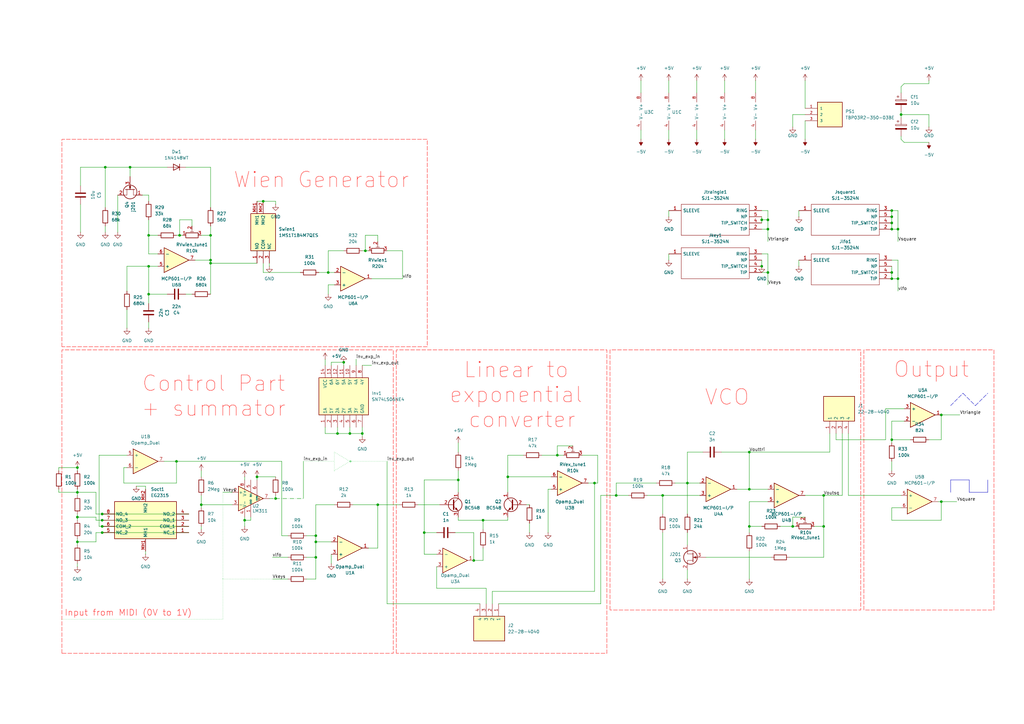
<source format=kicad_sch>
(kicad_sch (version 20250114) (generator "eeschema") (generator_version "9.0")
  (paper "A3")
  (lib_symbols
    (symbol "1MS1T1B4M7QES_1"
      (property "Reference" "S1" (at 12.7 7.62 0))
      (property "Value" "1MS1T1B4M7QES" (at 12.7 5.08 0))
      (symbol "1MS1T1B4M7QES_1_1_1"
        (pin passive line (at 0 0 0) (length 5.08) (name "NO") (number "1"))
        (pin passive line (at 0 -2.54 0) (length 5.08) (name "COM") (number "2"))
        (pin passive line (at 0 -5.08 0) (length 5.08) (name "NC") (number "3"))
        (pin passive line (at 25.4 0 180) (length 5.08) (name "MH1") (number "MH1"))
        (pin passive line (at 25.4 -2.54 180) (length 5.08) (name "MH2") (number "MH2"))
      )
    )
    (symbol "22-28-4040:22-28-4040"
      (property "Reference" "J" (at 16.51 7.62 0))
      (property "Value" "22-28-4040" (at 16.51 5.08 0))
      (symbol "22-28-4040_1_1"
        (pin passive line (at 0 0 0) (length 5.08) (name "1") (number "1"))
        (pin passive line (at 0 -2.54 0) (length 5.08) (name "2") (number "2"))
        (pin passive line (at 0 -5.08 0) (length 5.08) (name "3") (number "3"))
        (pin passive line (at 0 -7.62 0) (length 5.08) (name "4") (number "4"))
      )
    )
    (symbol "Comparator:LM311" (pin_names (offset 0.127))
      (property "Reference" "U" (at 3.81 6.35 0))
      (property "Value" "LM311" (at 3.81 3.81 0))
      (symbol "LM311_1_1"
        (pin input line (at -7.62 2.54 0) (length 2.54) (name "+") (number "2"))
        (pin input line (at -7.62 -2.54 0) (length 2.54) (name "-") (number "3"))
        (pin power_in line (at -2.54 7.62 270) (length 3.81) (name "V+") (number "8"))
        (pin power_in line (at -2.54 -7.62 90) (length 3.81) (name "V-") (number "4"))
        (pin input line (at 0 7.62 270) (length 5.08) (name "BAL") (number "5"))
        (pin passive line (at 0 -7.62 90) (length 5.08) (name "GND") (number "1"))
        (pin input line (at 2.54 7.62 270) (length 6.35) (name "STRB") (number "6"))
        (pin open_collector line (at 7.62 0 180) (length 2.54) (name "~") (number "7"))
      )
    )
    (symbol "Device:C" (pin_numbers (hide yes)) (pin_names (offset 0.254))
      (property "Reference" "C" (at 0.635 2.54 0))
      (property "Value" "C" (at 0.635 -2.54 0))
      (symbol "C_1_1"
        (pin passive line (at 0 3.81 270) (length 2.794) (name "~") (number "1"))
        (pin passive line (at 0 -3.81 90) (length 2.794) (name "~") (number "2"))
      )
    )
    (symbol "Device:C_Polarized" (pin_numbers (hide yes)) (pin_names (offset 0.254))
      (property "Reference" "C" (at 0.635 2.54 0))
      (property "Value" "C_Polarized" (at 0.635 -2.54 0))
      (symbol "C_Polarized_1_1"
        (pin passive line (at 0 3.81 270) (length 2.794) (name "~") (number "1"))
        (pin passive line (at 0 -3.81 90) (length 2.794) (name "~") (number "2"))
      )
    )
    (symbol "Device:Opamp_Dual"
      (property "Reference" "U" (at 0 5.08 0))
      (property "Value" "Opamp_Dual" (at 0 -5.08 0))
      (symbol "Opamp_Dual_1_1"
        (pin input line (at -7.62 2.54 0) (length 2.54) (name "+") (number "3"))
        (pin input line (at -7.62 -2.54 0) (length 2.54) (name "-") (number "2"))
        (pin output line (at 7.62 0 180) (length 2.54) (name "~") (number "1"))
      )
      (symbol "Opamp_Dual_2_1"
        (pin input line (at -7.62 2.54 0) (length 2.54) (name "+") (number "5"))
        (pin input line (at -7.62 -2.54 0) (length 2.54) (name "-") (number "6"))
        (pin output line (at 7.62 0 180) (length 2.54) (name "~") (number "7"))
      )
      (symbol "Opamp_Dual_3_1"
        (pin power_in line (at -2.54 7.62 270) (length 3.81) (name "V+") (number "8"))
        (pin power_in line (at -2.54 -7.62 90) (length 3.81) (name "V-") (number "4"))
      )
    )
    (symbol "Device:Q_NJFET_DSG" (pin_names (offset 0) (hide yes))
      (property "Reference" "Q" (at 5.08 1.27 0))
      (property "Value" "Q_NJFET_DSG" (at 5.08 -1.27 0))
      (symbol "Q_NJFET_DSG_1_1"
        (pin input line (at -5.08 0 0) (length 5.334) (name "G") (number "3"))
        (pin passive line (at 2.54 5.08 270) (length 2.54) (name "D") (number "1"))
        (pin passive line (at 2.54 -5.08 90) (length 2.54) (name "S") (number "2"))
      )
    )
    (symbol "Device:R" (pin_numbers (hide yes)) (pin_names (offset 0))
      (property "Reference" "R" (at 2.032 0 90))
      (property "Value" "R" (at 0 0 90))
      (symbol "R_1_1"
        (pin passive line (at 0 3.81 270) (length 1.27) (name "~") (number "1"))
        (pin passive line (at 0 -3.81 90) (length 1.27) (name "~") (number "2"))
      )
    )
    (symbol "Device:R_Potentiometer_Trim" (pin_names (offset 1.016) (hide yes))
      (property "Reference" "RV" (at -4.445 0 90))
      (property "Value" "R_Potentiometer_Trim" (at -2.54 0 90))
      (symbol "R_Potentiometer_Trim_1_1"
        (pin passive line (at 0 3.81 270) (length 1.27) (name "1") (number "1"))
        (pin passive line (at 0 -3.81 90) (length 1.27) (name "3") (number "3"))
        (pin passive line (at 3.81 0 180) (length 1.27) (name "2") (number "2"))
      )
    )
    (symbol "Diode:1N4148WT" (pin_numbers (hide yes)) (pin_names (hide yes))
      (property "Reference" "D" (at 0 2.54 0))
      (property "Value" "1N4148WT" (at 0 -2.54 0))
      (symbol "1N4148WT_1_1"
        (pin passive line (at -3.81 0 0) (length 2.54) (name "K") (number "1"))
        (pin passive line (at 3.81 0 180) (length 2.54) (name "A") (number "2"))
      )
    )
    (symbol "EG2315:EG2315"
      (property "Reference" "S" (at 21.59 17.78 0))
      (property "Value" "EG2315" (at 21.59 15.24 0))
      (symbol "EG2315_1_1"
        (pin passive line (at 0 0 0) (length 5.08) (name "MH1") (number "MH1"))
        (pin passive line (at 7.62 17.78 270) (length 5.08) (name "NC_2") (number "5"))
        (pin passive line (at 7.62 -17.78 90) (length 5.08) (name "NC_1") (number "1"))
        (pin passive line (at 10.16 17.78 270) (length 5.08) (name "COM_2") (number "6"))
        (pin passive line (at 10.16 -17.78 90) (length 5.08) (name "COM_1") (number "2"))
        (pin passive line (at 12.7 17.78 270) (length 5.08) (name "NO_3") (number "7"))
        (pin passive line (at 12.7 -17.78 90) (length 5.08) (name "NO_1") (number "3"))
        (pin passive line (at 15.24 17.78 270) (length 5.08) (name "NO_4") (number "8"))
        (pin passive line (at 15.24 -17.78 90) (length 5.08) (name "NO_2") (number "4"))
        (pin passive line (at 25.4 0 180) (length 5.08) (name "MH2") (number "MH2"))
      )
    )
    (symbol "SJ1-3524N:SJ1-3524N" (pin_names (offset 0.762))
      (property "Reference" "J" (at 34.29 7.62 0))
      (property "Value" "SJ1-3524N" (at 34.29 5.08 0))
      (symbol "SJ1-3524N_0_0"
        (pin passive line (at 0 0 0) (length 5.08) (name "SLEEVE") (number "1"))
        (pin passive line (at 38.1 0 180) (length 5.08) (name "RING") (number "3"))
        (pin passive line (at 38.1 -2.54 180) (length 5.08) (name "NP") (number "5"))
        (pin passive line (at 38.1 -5.08 180) (length 5.08) (name "TIP_SWITCH") (number "4"))
        (pin passive line (at 38.1 -7.62 180) (length 5.08) (name "TIP") (number "2"))
      )
    )
    (symbol "SN74LS06NE4:SN74LS06NE4"
      (property "Reference" "IC" (at 21.59 7.62 0))
      (property "Value" "SN74LS06NE4" (at 21.59 5.08 0))
      (symbol "SN74LS06NE4_1_1"
        (pin passive line (at 0 0 0) (length 5.08) (name "1A") (number "1"))
        (pin passive line (at 0 -2.54 0) (length 5.08) (name "1Y") (number "2"))
        (pin passive line (at 0 -5.08 0) (length 5.08) (name "2A") (number "3"))
        (pin passive line (at 0 -7.62 0) (length 5.08) (name "2Y") (number "4"))
        (pin passive line (at 0 -10.16 0) (length 5.08) (name "3A") (number "5"))
        (pin passive line (at 0 -12.7 0) (length 5.08) (name "3Y") (number "6"))
        (pin passive line (at 0 -15.24 0) (length 5.08) (name "GND") (number "7"))
        (pin passive line (at 25.4 0 180) (length 5.08) (name "VCC") (number "14"))
        (pin passive line (at 25.4 -2.54 180) (length 5.08) (name "6A") (number "13"))
        (pin passive line (at 25.4 -5.08 180) (length 5.08) (name "6Y") (number "12"))
        (pin passive line (at 25.4 -7.62 180) (length 5.08) (name "5A") (number "11"))
        (pin passive line (at 25.4 -10.16 180) (length 5.08) (name "5Y") (number "10"))
        (pin passive line (at 25.4 -12.7 180) (length 5.08) (name "4A") (number "9"))
        (pin passive line (at 25.4 -15.24 180) (length 5.08) (name "4Y") (number "8"))
      )
    )
    (symbol "TBP03R2-350-03BE:TBP03R2-350-03BE" (pin_names (offset 1.016))
      (property "Reference" "J" (at -5.08 7.62 0))
      (property "Value" "TBP03R2-350-03BE" (at -5.08 -7.62 0))
      (symbol "TBP03R2-350-03BE_0_0"
        (pin passive line (at -10.16 2.54 0) (length 5.08) (name "1") (number "1"))
        (pin passive line (at -10.16 0 0) (length 5.08) (name "2") (number "2"))
        (pin passive line (at -10.16 -2.54 0) (length 5.08) (name "3") (number "3"))
      )
    )
    (symbol "Transistor_BJT:BC548" (pin_names (offset 0) (hide yes))
      (property "Reference" "Q" (at 5.08 1.905 0))
      (property "Value" "BC548" (at 5.08 0 0))
      (symbol "BC548_1_1"
        (pin input line (at -5.08 0 0) (length 5.08) (name "B") (number "2"))
        (pin passive line (at 2.54 5.08 270) (length 2.54) (name "C") (number "1"))
        (pin passive line (at 2.54 -5.08 90) (length 2.54) (name "E") (number "3"))
      )
    )
    (symbol "power:+5V" (power) (pin_numbers (hide yes)) (pin_names (offset 0) (hide yes))
      (property "Value" "+5V" (at 0 3.556 0))
      (symbol "+5V_1_1"
        (pin power_in line (at 0 0 90) (length 0) (name "~") (number "1"))
      )
    )
    (symbol "power:-5V" (power) (pin_numbers (hide yes)) (pin_names (offset 0) (hide yes))
      (property "Value" "-5V" (at 0 3.556 0))
      (symbol "-5V_0_0"
        (pin power_in line (at 0 0 90) (length 0) (name "~") (number "1"))
      )
    )
    (symbol "power:GND" (power) (pin_numbers (hide yes)) (pin_names (offset 0) (hide yes))
      (property "Value" "GND" (at 0 -3.81 0))
      (symbol "GND_1_1"
        (pin power_in line (at 0 0 270) (length 0) (name "~") (number "1"))
      )
    )
  )
  (circle (center 143.764 189.23) (radius 0.254) (stroke (width 0) (type dash) (color 0 184 29 1)))
  (bezier (pts (xy 394.97 161.29) (xy 400.05 166.37) (xy 400.05 166.37) (xy 400.05 166.37)))
  (bezier (pts (xy 400.05 166.37) (xy 405.13 161.29) (xy 405.13 161.29) (xy 405.13 161.29)))
  (bezier (pts (xy 137.16 185.42) (xy 137.16 185.42) (xy 143.51 189.23) (xy 143.51 189.23)) (stroke (width 0) (type dot) (color 0 184 29 1)))
  (bezier (pts (xy 137.16 193.04) (xy 137.16 193.04) (xy 137.16 185.42) (xy 137.16 185.42)) (stroke (width 0) (type dot) (color 0 184 29 1)))
  (bezier (pts (xy 137.16 193.04) (xy 137.16 193.04) (xy 143.51 189.23) (xy 143.51 189.23)) (stroke (width 0) (type dot) (color 0 184 29 1)))
  (bezier (pts (xy 389.89 166.37) (xy 393.7 162.56) (xy 393.7 162.56) (xy 394.97 161.29)))
  (text "Output\n" (at 382.016 151.638 0) (effects (font (size 6.35 6.35))))
  (text "Linear to \nexponential \nconverter" (at 214.122 162.052 0) (effects (font (size 6.35 6.35))))
  (text "Input from MIDI (0V to 1V)" (at 52.578 251.46 0) (effects (font (size 2.54 2.54))))
  (text "Control Part\n+ summator\n" (at 87.63 162.56 0) (effects (font (size 6.35 6.35))))
  (text "Wien Generator" (at 131.826 73.914 0) (effects (font (size 6.35 6.35))))
  (text "VCO\n" (at 298.196 163.068 0) (effects (font (size 6.35 6.35))))
  (junction (at 31.75 201.93))
  (junction (at 60.96 109.22))
  (junction (at 337.82 215.9))
  (junction (at 72.39 189.23))
  (junction (at 365.76 88.9))
  (junction (at 314.96 93.98))
  (junction (at 307.34 185.42))
  (junction (at 60.96 120.65))
  (junction (at 314.96 90.17))
  (junction (at 100.33 213.36))
  (junction (at 365.76 111.76))
  (junction (at 365.76 180.34))
  (junction (at 53.34 68.58))
  (junction (at 243.84 198.12))
  (junction (at 149.86 102.87))
  (junction (at 86.36 106.68))
  (junction (at 198.12 213.36))
  (junction (at 129.54 228.6))
  (junction (at 368.3 114.3))
  (junction (at 31.75 212.09))
  (junction (at 187.96 196.85))
  (junction (at 138.43 177.8))
  (junction (at 208.28 195.58))
  (junction (at 271.78 203.2))
  (junction (at 86.36 96.52))
  (junction (at 228.6 186.69))
  (junction (at 43.18 68.58))
  (junction (at 368.3 93.98))
  (junction (at 154.94 207.01))
  (junction (at 173.99 218.44))
  (junction (at 386.08 170.18))
  (junction (at 113.03 204.47))
  (junction (at 129.54 222.25))
  (junction (at 140.97 148.59))
  (junction (at 369.57 46.99))
  (junction (at 365.76 91.44))
  (junction (at 73.66 96.52))
  (junction (at 41.91 210.82))
  (junction (at 281.94 198.12))
  (junction (at 365.76 114.3))
  (junction (at 60.96 96.52))
  (junction (at 194.31 229.87))
  (junction (at 386.08 205.74))
  (junction (at 107.95 82.55))
  (junction (at 307.34 200.66))
  (junction (at 41.91 213.36))
  (junction (at 134.62 111.76))
  (junction (at 337.82 203.2))
  (junction (at 41.91 215.9))
  (junction (at 252.73 203.2))
  (junction (at 31.75 222.25))
  (junction (at 307.34 215.9))
  (junction (at 312.42 109.22))
  (junction (at 105.41 195.58))
  (junction (at 31.75 191.77))
  (junction (at 365.76 93.98))
  (junction (at 148.59 177.8))
  (junction (at 41.91 218.44))
  (junction (at 312.42 90.17))
  (junction (at 143.51 177.8))
  (junction (at 82.55 207.01))
  (junction (at 325.12 215.9))
  (junction (at 365.76 86.36))
  (junction (at 86.36 107.95))
  (junction (at 314.96 111.76))
  (junction (at 129.54 219.71))
  (wire (pts (xy 370.84 58.42) (xy 381 58.42)))
  (wire (pts (xy 285.75 53.34) (xy 285.75 57.15)))
  (wire (pts (xy 41.91 215.9) (xy 77.47 215.9)))
  (wire (pts (xy 60.96 96.52) (xy 60.96 104.14)))
  (wire (pts (xy 369.57 45.72) (xy 369.57 46.99)))
  (wire (pts (xy 365.76 86.36) (xy 365.76 88.9)))
  (wire (pts (xy 134.62 102.87) (xy 134.62 111.76)))
  (wire (pts (xy 73.66 90.17) (xy 73.66 96.52)))
  (wire (pts (xy 199.39 247.65) (xy 199.39 241.3)))
  (wire (pts (xy 72.39 189.23) (xy 115.57 189.23)))
  (wire (pts (xy 365.76 86.36) (xy 368.3 86.36)))
  (wire (pts (xy 187.96 196.85) (xy 187.96 201.93)))
  (wire (pts (xy 309.88 33.02) (xy 309.88 38.1)))
  (wire (pts (xy 252.73 198.12) (xy 252.73 203.2)))
  (polyline (pts (xy 91.44 201.93) (xy 91.44 237.49)) (stroke (width 0) (type dot) (color 0 184 29 1)))
  (wire (pts (xy 345.44 203.2) (xy 345.44 177.8)))
  (wire (pts (xy 365.76 213.36) (xy 386.08 213.36)))
  (wire (pts (xy 129.54 228.6) (xy 125.73 228.6)))
  (wire (pts (xy 31.75 212.09) (xy 39.37 212.09)))
  (wire (pts (xy 204.47 247.65) (xy 246.38 247.65)))
  (wire (pts (xy 365.76 180.34) (xy 365.76 181.61)))
  (wire (pts (xy 215.9 207.01) (xy 217.17 207.01)))
  (wire (pts (xy 143.51 175.26) (xy 143.51 177.8)))
  (wire (pts (xy 307.34 205.74) (xy 307.34 215.9)))
  (wire (pts (xy 154.94 224.79) (xy 151.13 224.79)))
  (wire (pts (xy 365.76 172.72) (xy 365.76 180.34)))
  (wire (pts (xy 276.86 198.12) (xy 281.94 198.12)))
  (wire (pts (xy 91.44 201.93) (xy 95.25 201.93)))
  (wire (pts (xy 365.76 109.22) (xy 365.76 111.76)))
  (wire (pts (xy 72.39 189.23) (xy 72.39 198.12)))
  (wire (pts (xy 386.08 180.34) (xy 381 180.34)))
  (wire (pts (xy 39.37 218.44) (xy 39.37 222.25)))
  (wire (pts (xy 24.13 193.04) (xy 24.13 191.77)))
  (wire (pts (xy 140.97 102.87) (xy 134.62 102.87)))
  (wire (pts (xy 115.57 189.23) (xy 115.57 219.71)))
  (wire (pts (xy 105.41 195.58) (xy 105.41 196.85)))
  (wire (pts (xy 165.1 114.3) (xy 152.4 114.3)))
  (wire (pts (xy 252.73 203.2) (xy 257.81 203.2)))
  (wire (pts (xy 281.94 185.42) (xy 281.94 198.12)))
  (wire (pts (xy 135.89 231.14) (xy 135.89 227.33)))
  (wire (pts (xy 50.8 191.77) (xy 50.8 198.12)))
  (wire (pts (xy 154.94 207.01) (xy 163.83 207.01)))
  (wire (pts (xy 243.84 198.12) (xy 245.11 198.12)))
  (wire (pts (xy 271.78 203.2) (xy 287.02 203.2)))
  (wire (pts (xy 281.94 198.12) (xy 281.94 210.82)))
  (wire (pts (xy 370.84 34.29) (xy 369.57 35.56)))
  (wire (pts (xy 386.08 205.74) (xy 384.81 205.74)))
  (wire (pts (xy 312.42 106.68) (xy 312.42 109.22)))
  (wire (pts (xy 102.87 213.36) (xy 102.87 212.09)))
  (wire (pts (xy 368.3 93.98) (xy 368.3 99.06)))
  (wire (pts (xy 113.03 203.2) (xy 113.03 204.47)))
  (wire (pts (xy 281.94 218.44) (xy 281.94 223.52)))
  (wire (pts (xy 64.77 96.52) (xy 60.96 96.52)))
  (wire (pts (xy 337.82 228.6) (xy 337.82 215.9)))
  (wire (pts (xy 274.32 33.02) (xy 274.32 38.1)))
  (wire (pts (xy 330.2 49.53) (xy 330.2 57.15)))
  (wire (pts (xy 138.43 177.8) (xy 143.51 177.8)))
  (wire (pts (xy 365.76 88.9) (xy 365.76 91.44)))
  (wire (pts (xy 82.55 215.9) (xy 82.55 217.17)))
  (wire (pts (xy 307.34 215.9) (xy 312.42 215.9)))
  (wire (pts (xy 146.05 147.32) (xy 146.05 149.86)))
  (wire (pts (xy 43.18 92.71) (xy 43.18 95.25)))
  (wire (pts (xy 271.78 203.2) (xy 271.78 210.82)))
  (wire (pts (xy 198.12 217.17) (xy 198.12 213.36)))
  (wire (pts (xy 337.82 215.9) (xy 337.82 203.2)))
  (wire (pts (xy 312.42 90.17) (xy 314.96 90.17)))
  (wire (pts (xy 281.94 198.12) (xy 287.02 198.12)))
  (wire (pts (xy 53.34 68.58) (xy 68.58 68.58)))
  (wire (pts (xy 187.96 193.04) (xy 187.96 196.85)))
  (wire (pts (xy 365.76 189.23) (xy 365.76 193.04)))
  (wire (pts (xy 224.79 200.66) (xy 226.06 200.66)))
  (polyline (pts (xy 91.44 237.49) (xy 111.76 237.49)) (stroke (width 0) (type dot) (color 0 184 29 1)))
  (wire (pts (xy 386.08 205.74) (xy 392.43 205.74)))
  (wire (pts (xy 148.59 149.86) (xy 152.4 149.86)))
  (polyline (pts (xy 25.4 254) (xy 91.44 254)) (stroke (width 0) (type dot) (color 0 184 29 1)))
  (wire (pts (xy 39.37 222.25) (xy 31.75 222.25)))
  (wire (pts (xy 314.96 90.17) (xy 314.96 93.98)))
  (wire (pts (xy 208.28 213.36) (xy 208.28 212.09)))
  (wire (pts (xy 59.69 199.39) (xy 59.69 200.66)))
  (wire (pts (xy 285.75 33.02) (xy 285.75 38.1)))
  (wire (pts (xy 325.12 46.99) (xy 330.2 46.99)))
  (wire (pts (xy 381 46.99) (xy 381 52.07)))
  (wire (pts (xy 381 33.02) (xy 381 34.29)))
  (wire (pts (xy 133.35 175.26) (xy 133.35 177.8)))
  (wire (pts (xy 314.96 93.98) (xy 314.96 99.06)))
  (wire (pts (xy 60.96 120.65) (xy 68.58 120.65)))
  (wire (pts (xy 43.18 68.58) (xy 53.34 68.58)))
  (wire (pts (xy 76.2 120.65) (xy 78.74 120.65)))
  (wire (pts (xy 307.34 200.66) (xy 302.26 200.66)))
  (wire (pts (xy 111.76 237.49) (xy 118.11 237.49)))
  (wire (pts (xy 262.89 33.02) (xy 262.89 38.1)))
  (wire (pts (xy 262.89 53.34) (xy 262.89 57.15)))
  (wire (pts (xy 43.18 68.58) (xy 33.02 68.58)))
  (wire (pts (xy 39.37 218.44) (xy 41.91 218.44)))
  (wire (pts (xy 369.57 46.99) (xy 381 46.99)))
  (wire (pts (xy 144.78 207.01) (xy 154.94 207.01)))
  (wire (pts (xy 86.36 120.65) (xy 86.36 107.95)))
  (polyline (pts (xy 91.44 237.49) (xy 91.44 237.49)) (stroke (width 0) (type dot) (color 0 184 29 1)))
  (wire (pts (xy 143.51 177.8) (xy 148.59 177.8)))
  (wire (pts (xy 78.74 92.71) (xy 78.74 90.17)))
  (polyline (pts (xy 397.51 201.93) (xy 405.13 201.93)))
  (wire (pts (xy 31.75 210.82) (xy 31.75 212.09)))
  (wire (pts (xy 330.2 33.02) (xy 330.2 44.45)))
  (wire (pts (xy 187.96 196.85) (xy 173.99 196.85)))
  (wire (pts (xy 41.91 218.44) (xy 77.47 218.44)))
  (wire (pts (xy 222.25 186.69) (xy 228.6 186.69)))
  (wire (pts (xy 217.17 214.63) (xy 217.17 218.44)))
  (wire (pts (xy 148.59 175.26) (xy 148.59 177.8)))
  (wire (pts (xy 365.76 114.3) (xy 368.3 114.3)))
  (polyline (pts (xy 397.51 196.85) (xy 397.51 201.93)))
  (wire (pts (xy 100.33 212.09) (xy 100.33 213.36)))
  (wire (pts (xy 274.32 104.14) (xy 274.32 106.68)))
  (wire (pts (xy 320.04 215.9) (xy 325.12 215.9)))
  (wire (pts (xy 208.28 195.58) (xy 208.28 201.93)))
  (wire (pts (xy 369.57 35.56) (xy 369.57 38.1)))
  (wire (pts (xy 41.91 213.36) (xy 77.47 213.36)))
  (wire (pts (xy 187.96 213.36) (xy 187.96 212.09)))
  (wire (pts (xy 33.02 68.58) (xy 33.02 76.2)))
  (wire (pts (xy 86.36 68.58) (xy 86.36 85.09)))
  (wire (pts (xy 342.9 180.34) (xy 363.22 180.34)))
  (wire (pts (xy 40.64 186.69) (xy 40.64 215.9)))
  (wire (pts (xy 82.55 96.52) (xy 86.36 96.52)))
  (wire (pts (xy 39.37 212.09) (xy 39.37 213.36)))
  (wire (pts (xy 100.33 213.36) (xy 100.33 215.9)))
  (wire (pts (xy 129.54 228.6) (xy 129.54 237.49)))
  (wire (pts (xy 325.12 215.9) (xy 326.39 215.9)))
  (wire (pts (xy 369.57 208.28) (xy 365.76 208.28)))
  (wire (pts (xy 363.22 167.64) (xy 370.84 167.64)))
  (wire (pts (xy 194.31 229.87) (xy 198.12 229.87)))
  (wire (pts (xy 325.12 215.9) (xy 325.12 212.09)))
  (wire (pts (xy 365.76 208.28) (xy 365.76 213.36)))
  (wire (pts (xy 53.34 68.58) (xy 53.34 72.39)))
  (wire (pts (xy 347.98 203.2) (xy 369.57 203.2)))
  (wire (pts (xy 154.94 207.01) (xy 154.94 224.79)))
  (wire (pts (xy 365.76 91.44) (xy 365.76 93.98)))
  (wire (pts (xy 347.98 177.8) (xy 347.98 203.2)))
  (wire (pts (xy 224.79 200.66) (xy 224.79 218.44)))
  (wire (pts (xy 72.39 198.12) (xy 50.8 198.12)))
  (wire (pts (xy 60.96 109.22) (xy 64.77 109.22)))
  (wire (pts (xy 60.96 80.01) (xy 60.96 82.55)))
  (wire (pts (xy 274.32 53.34) (xy 274.32 57.15)))
  (wire (pts (xy 252.73 198.12) (xy 269.24 198.12)))
  (wire (pts (xy 214.63 186.69) (xy 208.28 186.69)))
  (wire (pts (xy 309.88 53.34) (xy 309.88 57.15)))
  (wire (pts (xy 194.31 218.44) (xy 194.31 229.87)))
  (wire (pts (xy 148.59 102.87) (xy 149.86 102.87)))
  (wire (pts (xy 110.49 107.95) (xy 110.49 109.22)))
  (wire (pts (xy 243.84 198.12) (xy 243.84 242.57)))
  (wire (pts (xy 228.6 186.69) (xy 231.14 186.69)))
  (wire (pts (xy 158.75 189.23) (xy 158.75 247.65)))
  (wire (pts (xy 134.62 116.84) (xy 137.16 116.84)))
  (wire (pts (xy 340.36 185.42) (xy 340.36 177.8)))
  (wire (pts (xy 314.96 111.76) (xy 314.96 116.84)))
  (wire (pts (xy 148.59 177.8) (xy 148.59 179.07)))
  (wire (pts (xy 198.12 229.87) (xy 198.12 224.79)))
  (wire (pts (xy 82.55 193.04) (xy 82.55 195.58)))
  (wire (pts (xy 307.34 185.42) (xy 340.36 185.42)))
  (wire (pts (xy 373.38 180.34) (xy 365.76 180.34)))
  (wire (pts (xy 39.37 210.82) (xy 41.91 210.82)))
  (wire (pts (xy 196.85 247.65) (xy 158.75 247.65)))
  (wire (pts (xy 307.34 185.42) (xy 307.34 200.66)))
  (wire (pts (xy 130.81 111.76) (xy 134.62 111.76)))
  (wire (pts (xy 312.42 93.98) (xy 314.96 93.98)))
  (wire (pts (xy 129.54 222.25) (xy 129.54 219.71)))
  (wire (pts (xy 58.42 80.01) (xy 60.96 80.01)))
  (wire (pts (xy 76.2 68.58) (xy 86.36 68.58)))
  (wire (pts (xy 323.85 228.6) (xy 337.82 228.6)))
  (wire (pts (xy 72.39 96.52) (xy 73.66 96.52)))
  (wire (pts (xy 31.75 212.09) (xy 31.75 213.36)))
  (wire (pts (xy 365.76 111.76) (xy 365.76 114.3)))
  (wire (pts (xy 31.75 201.93) (xy 39.37 201.93)))
  (wire (pts (xy 325.12 52.07) (xy 325.12 46.99)))
  (wire (pts (xy 386.08 213.36) (xy 386.08 205.74)))
  (wire (pts (xy 43.18 85.09) (xy 43.18 68.58)))
  (wire (pts (xy 314.96 111.76) (xy 312.42 111.76)))
  (wire (pts (xy 73.66 96.52) (xy 74.93 96.52)))
  (wire (pts (xy 173.99 196.85) (xy 173.99 218.44)))
  (wire (pts (xy 173.99 227.33) (xy 179.07 227.33)))
  (wire (pts (xy 60.96 90.17) (xy 60.96 96.52)))
  (wire (pts (xy 39.37 201.93) (xy 39.37 210.82)))
  (wire (pts (xy 173.99 218.44) (xy 173.99 227.33)))
  (wire (pts (xy 370.84 58.42) (xy 369.57 57.15)))
  (wire (pts (xy 129.54 219.71) (xy 125.73 219.71)))
  (wire (pts (xy 59.69 226.06) (xy 59.69 227.33)))
  (wire (pts (xy 271.78 218.44) (xy 271.78 237.49)))
  (wire (pts (xy 208.28 195.58) (xy 226.06 195.58)))
  (wire (pts (xy 314.96 86.36) (xy 312.42 86.36)))
  (wire (pts (xy 129.54 222.25) (xy 135.89 222.25)))
  (wire (pts (xy 368.3 106.68) (xy 365.76 106.68)))
  (wire (pts (xy 297.18 33.02) (xy 297.18 38.1)))
  (wire (pts (xy 246.38 203.2) (xy 252.73 203.2)))
  (wire (pts (xy 368.3 106.68) (xy 368.3 114.3)))
  (wire (pts (xy 365.76 93.98) (xy 368.3 93.98)))
  (wire (pts (xy 198.12 213.36) (xy 208.28 213.36)))
  (wire (pts (xy 129.54 237.49) (xy 125.73 237.49)))
  (wire (pts (xy 173.99 218.44) (xy 179.07 218.44)))
  (wire (pts (xy 110.49 204.47) (xy 113.03 204.47)) (stroke (width 0) (type dash_dot)))
  (wire (pts (xy 314.96 86.36) (xy 314.96 90.17)))
  (wire (pts (xy 165.1 102.87) (xy 165.1 114.3)))
  (wire (pts (xy 149.86 102.87) (xy 151.13 102.87)))
  (wire (pts (xy 31.75 220.98) (xy 31.75 222.25)))
  (wire (pts (xy 31.75 200.66) (xy 31.75 201.93)))
  (wire (pts (xy 198.12 213.36) (xy 187.96 213.36)))
  (wire (pts (xy 39.37 213.36) (xy 41.91 213.36)))
  (wire (pts (xy 297.18 53.34) (xy 297.18 57.15)))
  (wire (pts (xy 86.36 107.95) (xy 86.36 106.68)))
  (wire (pts (xy 337.82 203.2) (xy 345.44 203.2)))
  (wire (pts (xy 111.76 228.6) (xy 118.11 228.6)))
  (wire (pts (xy 107.95 111.76) (xy 123.19 111.76)))
  (wire (pts (xy 243.84 198.12) (xy 241.3 198.12)))
  (wire (pts (xy 369.57 46.99) (xy 369.57 48.26)))
  (wire (pts (xy 31.75 222.25) (xy 31.75 223.52)))
  (wire (pts (xy 60.96 104.14) (xy 64.77 104.14)))
  (wire (pts (xy 24.13 201.93) (xy 31.75 201.93)))
  (wire (pts (xy 149.86 96.52) (xy 149.86 102.87)))
  (wire (pts (xy 368.3 86.36) (xy 368.3 93.98)))
  (wire (pts (xy 52.07 109.22) (xy 60.96 109.22)))
  (wire (pts (xy 370.84 172.72) (xy 365.76 172.72)))
  (wire (pts (xy 369.57 55.88) (xy 369.57 57.15)))
  (wire (pts (xy 86.36 96.52) (xy 86.36 106.68)))
  (wire (pts (xy 314.96 104.14) (xy 314.96 111.76)))
  (wire (pts (xy 135.89 148.59) (xy 140.97 148.59)))
  (wire (pts (xy 154.94 96.52) (xy 149.86 96.52)))
  (wire (pts (xy 129.54 222.25) (xy 129.54 228.6)))
  (wire (pts (xy 107.95 82.55) (xy 113.03 82.55)))
  (wire (pts (xy 171.45 207.01) (xy 180.34 207.01)))
  (wire (pts (xy 86.36 92.71) (xy 86.36 96.52)))
  (wire (pts (xy 307.34 200.66) (xy 314.96 200.66)))
  (wire (pts (xy 265.43 203.2) (xy 271.78 203.2)))
  (wire (pts (xy 312.42 88.9) (xy 312.42 90.17)))
  (wire (pts (xy 60.96 132.08) (xy 60.96 134.62)))
  (wire (pts (xy 201.93 242.57) (xy 201.93 247.65)))
  (wire (pts (xy 134.62 111.76) (xy 137.16 111.76)))
  (wire (pts (xy 140.97 148.59) (xy 140.97 149.86)))
  (wire (pts (xy 187.96 181.61) (xy 187.96 185.42)))
  (wire (pts (xy 86.36 107.95) (xy 105.41 107.95)))
  (wire (pts (xy 134.62 116.84) (xy 134.62 120.65)))
  (polyline (pts (xy 144.018 189.23) (xy 158.75 189.23)) (stroke (width 0) (type dot) (color 0 184 29 1)))
  (wire (pts (xy 31.75 231.14) (xy 31.75 232.41)))
  (wire (pts (xy 325.12 212.09) (xy 330.2 212.09)))
  (wire (pts (xy 55.88 199.39) (xy 59.69 199.39)))
  (wire (pts (xy 124.46 189.23) (xy 124.46 204.47)))
  (wire (pts (xy 86.36 106.68) (xy 80.01 106.68)))
  (wire (pts (xy 327.66 86.36) (xy 327.66 88.9)))
  (wire (pts (xy 386.08 170.18) (xy 393.7 170.18)))
  (wire (pts (xy 72.39 189.23) (xy 67.31 189.23)))
  (wire (pts (xy 115.57 219.71) (xy 118.11 219.71)))
  (wire (pts (xy 342.9 177.8) (xy 342.9 180.34)))
  (wire (pts (xy 41.91 215.9) (xy 40.64 215.9)))
  (wire (pts (xy 312.42 90.17) (xy 312.42 91.44)))
  (wire (pts (xy 363.22 180.34) (xy 363.22 167.64)))
  (wire (pts (xy 199.39 241.3) (xy 179.07 241.3)))
  (wire (pts (xy 133.35 177.8) (xy 138.43 177.8)))
  (wire (pts (xy 208.28 186.69) (xy 208.28 195.58)))
  (wire (pts (xy 100.33 195.58) (xy 100.33 196.85)))
  (wire (pts (xy 41.91 210.82) (xy 77.47 210.82)))
  (wire (pts (xy 274.32 86.36) (xy 274.32 88.9)))
  (wire (pts (xy 312.42 104.14) (xy 314.96 104.14)))
  (wire (pts (xy 133.35 147.32) (xy 133.35 149.86)))
  (wire (pts (xy 78.74 90.17) (xy 73.66 90.17)))
  (wire (pts (xy 105.41 195.58) (xy 113.03 195.58)))
  (wire (pts (xy 334.01 215.9) (xy 337.82 215.9)))
  (wire (pts (xy 238.76 186.69) (xy 245.11 186.69)))
  (wire (pts (xy 52.07 119.38) (xy 52.07 109.22)))
  (wire (pts (xy 327.66 106.68) (xy 327.66 109.22)))
  (wire (pts (xy 289.56 228.6) (xy 316.23 228.6)))
  (wire (pts (xy 24.13 200.66) (xy 24.13 201.93)))
  (wire (pts (xy 113.03 204.47) (xy 124.46 204.47)) (stroke (width 0) (type dash_dot)))
  (wire (pts (xy 107.95 107.95) (xy 107.95 111.76)))
  (wire (pts (xy 135.89 148.59) (xy 135.89 149.86)))
  (wire (pts (xy 40.64 186.69) (xy 52.07 186.69)))
  (polyline (pts (xy 405.13 196.85) (xy 405.13 201.93)))
  (wire (pts (xy 314.96 205.74) (xy 307.34 205.74)))
  (wire (pts (xy 82.55 207.01) (xy 82.55 208.28)))
  (wire (pts (xy 105.41 82.55) (xy 107.95 82.55)))
  (wire (pts (xy 52.07 127) (xy 52.07 134.62)))
  (polyline (pts (xy 389.89 201.93) (xy 389.89 196.85)))
  (polyline (pts (xy 124.46 189.23) (xy 137.16 189.23)) (stroke (width 0) (type dot) (color 0 184 29 1)))
  (wire (pts (xy 33.02 83.82) (xy 33.02 95.25)))
  (wire (pts (xy 381 34.29) (xy 370.84 34.29)))
  (wire (pts (xy 24.13 191.77) (xy 31.75 191.77)))
  (polyline (pts (xy 91.44 237.49) (xy 91.44 254)) (stroke (width 0) (type dot) (color 0 184 29 1)))
  (wire (pts (xy 60.96 109.22) (xy 60.96 120.65)))
  (wire (pts (xy 50.8 191.77) (xy 52.07 191.77)))
  (wire (pts (xy 186.69 218.44) (xy 194.31 218.44)))
  (wire (pts (xy 48.26 80.01) (xy 48.26 95.25)))
  (wire (pts (xy 281.94 233.68) (xy 281.94 237.49)))
  (wire (pts (xy 234.95 182.88) (xy 228.6 182.88)))
  (wire (pts (xy 307.34 226.06) (xy 307.34 237.49)))
  (wire (pts (xy 307.34 215.9) (xy 307.34 218.44)))
  (wire (pts (xy 179.07 241.3) (xy 179.07 232.41)))
  (wire (pts (xy 31.75 191.77) (xy 31.75 193.04)))
  (wire (pts (xy 245.11 186.69) (xy 245.11 198.12)))
  (wire (pts (xy 330.2 203.2) (xy 337.82 203.2)))
  (wire (pts (xy 288.29 185.42) (xy 281.94 185.42)))
  (wire (pts (xy 246.38 247.65) (xy 246.38 203.2)))
  (wire (pts (xy 129.54 219.71) (xy 129.54 207.01)))
  (wire (pts (xy 228.6 182.88) (xy 228.6 186.69)))
  (wire (pts (xy 158.75 102.87) (xy 165.1 102.87)))
  (wire (pts (xy 368.3 114.3) (xy 368.3 119.38)))
  (wire (pts (xy 138.43 175.26) (xy 138.43 177.8)))
  (wire (pts (xy 201.93 242.57) (xy 243.84 242.57)))
  (wire (pts (xy 82.55 203.2) (xy 82.55 207.01)))
  (wire (pts (xy 60.96 120.65) (xy 60.96 124.46)))
  (wire (pts (xy 100.33 213.36) (xy 102.87 213.36)))
  (wire (pts (xy 295.91 185.42) (xy 307.34 185.42)))
  (wire (pts (xy 129.54 207.01) (xy 137.16 207.01)))
  (wire (pts (xy 154.94 96.52) (xy 154.94 99.06)))
  (wire (pts (xy 82.55 207.01) (xy 95.25 207.01)))
  (wire (pts (xy 386.08 170.18) (xy 386.08 180.34)))
  (wire (pts (xy 113.03 82.55) (xy 113.03 83.82)))
  (polyline (pts (xy 389.89 196.85) (xy 397.51 196.85)))
  (wire (pts (xy 31.75 201.93) (xy 31.75 203.2)))
  (label "Vouttri" (at 307.34 185.42 0))
  (label "inv_exp_in" (at 146.05 147.32 0))
  (label "Vkeys" (at 91.44 201.93 0))
  (label "inv_exp_out" (at 152.4 149.86 0))
  (label "Vsquare" (at 368.3 99.06 0))
  (label "vlfo" (at 165.1 114.3 0))
  (label "vlfo" (at 111.76 228.6 0))
  (label "inv_exp_out" (at 158.75 189.23 0))
  (label "inv_exp_in" (at 124.46 189.23 0))
  (label "Vkeys" (at 111.76 237.49 0))
  (label "vlfo" (at 368.3 119.38 0))
  (label "Vtriangle" (at 314.96 99.06 0))
  (label "Vkeys" (at 314.96 116.84 0))
  (label "Vtriangle" (at 393.7 170.18 0))
  (label "Voutsq" (at 337.82 203.2 0))
  (label "Vsquare" (at 392.43 205.74 0))
  (rule_area (polyline (pts (xy 250.19 250.19) (xy 250.19 143.51) (xy 353.06 143.51) (xy 353.06 250.19)) (stroke (width 0) (type dash))))
  (rule_area (polyline (pts (xy 162.56 267.97) (xy 162.56 143.51) (xy 248.92 143.51) (xy 248.92 267.97)) (stroke (width 0) (type dash))))
  (rule_area (polyline (pts (xy 25.4 267.97) (xy 25.4 143.51) (xy 161.29 143.51) (xy 161.29 267.97)) (stroke (width 0) (type dash))))
  (rule_area (polyline (pts (xy 25.4 142.24) (xy 25.4 57.15) (xy 175.26 57.15) (xy 175.26 142.24)) (stroke (width 0) (type dash))))
  (rule_area (polyline (pts (xy 354.33 250.19) (xy 354.33 143.51) (xy 407.67 143.51) (xy 407.67 250.19)) (stroke (width 0) (type dash))))
  (symbol (lib_id "Device:Opamp_Dual") (at 233.68 198.12 0) (mirror x) (unit 2)
    (property "Reference" "U3" (at 233.68 208.28 0))
    (property "Value" "Opamp_Dual" (at 233.68 205.74 0))
    (property "Footprint" "Package_DIP:DIP-8_W7.62mm" (effects (hide yes)))
    (property "Description" "Dual operational amplifier" (effects (hide yes)))
    (property "Sim.Library" "${KICAD7_SYMBOL_DIR}/Simulation_SPICE.sp" (effects (hide yes)))
    (property "Sim.Name" "kicad_builtin_opamp_dual" (effects (hide yes)))
    (property "Sim.Device" "SUBCKT" (effects (hide yes)))
    (property "Sim.Pins" "1=out1 2=in1- 3=in1+ 4=vee 5=in2+ 6=in2- 7=out2 8=vcc" (effects (hide yes)))
  )
  (symbol (lib_id "SN74LS06NE4:SN74LS06NE4") (at 133.35 175.26 90) (unit 1)
    (property "Reference" "Inv1" (at 152.4 161.2899 90) (effects (justify right)))
    (property "Value" "SN74LS06NE4" (at 152.4 163.8299 90) (effects (justify right)))
    (property "Footprint" "DIP794W53P254L1930H508Q14N" (effects (hide yes)))
    (property "Datasheet" "http://www.ti.com/general/docs/suppproductinfo.tsp?distId=26&gotoUrl=http%3A%2F%2Fwww.ti.com%2Flit%2Fgpn%2Fsn74ls06" (effects (hide yes)))
    (property "Description" "BUFFER/DRIVER; TTL; 14-LEAD PDIP; 7 V; 0.1 MA; 2 V; 0.8 V; 30 V (MAX.)" (effects (hide yes)))
    (property "Height" "5.08" (effects (hide yes)))
    (property "Mouser Part Number" "595-SN74LS06NE4" (effects (hide yes)))
    (property "Mouser Price/Stock" "https://www.mouser.co.uk/ProductDetail/Texas-Instruments/SN74LS06NE4?qs=SL3LIuy2dWx1MqhKZzb1Mg%3D%3D" (effects (hide yes)))
    (property "Manufacturer_Name" "Texas Instruments" (effects (hide yes)))
    (property "Manufacturer_Part_Number" "SN74LS06NE4" (effects (hide yes)))
  )
  (symbol (lib_id "Device:R") (at 31.75 207.01 180) (unit 1)
    (property "Reference" "R3" (at 34.29 205.7399 0) (effects (justify right)))
    (property "Value" "20k" (at 34.29 208.2799 0) (effects (justify right)))
    (property "Footprint" "Resistor_SMD:R_0603_1608Metric" (effects (hide yes)))
    (property "Description" "Resistor" (effects (hide yes)))
    (property "Tolerance" "1%" (effects (hide yes)))
  )
  (symbol (lib_id "power:+5V") (at 297.18 33.02 0) (unit 1)
    (property "Reference" "#PWR029" (effects (hide yes)))
    (property "Value" "+5V" (at 297.18 27.94 0))
    (property "Description" "Power symbol creates a global label with name \"+5V\"" (effects (hide yes)))
  )
  (symbol (lib_id "Comparator:LM311") (at 102.87 204.47 0) (unit 1)
    (property "Reference" "U2" (at 104.902 207.518 0))
    (property "Value" "LM311" (at 106.68 209.55 0))
    (property "Footprint" "Package_DIP:DIP-8_W7.62mm" (effects (hide yes)))
    (property "Datasheet" "https://www.st.com/resource/en/datasheet/lm311.pdf" (effects (hide yes)))
    (property "Description" "Voltage Comparator, DIP-8/SOIC-8" (effects (hide yes)))
  )
  (symbol (lib_id "Device:R") (at 167.64 207.01 90) (unit 1)
    (property "Reference" "R13" (at 167.64 200.66 90))
    (property "Value" "1k" (at 167.64 203.2 90))
    (property "Footprint" "Resistor_SMD:R_0603_1608Metric" (effects (hide yes)))
    (property "Description" "Resistor" (effects (hide yes)))
    (property "Tolerance" "1%" (effects (hide yes)))
  )
  (symbol (lib_id "power:GND") (at 33.02 95.25 0) (unit 1)
    (property "Reference" "#PWR037" (effects (hide yes)))
    (property "Value" "GND" (at 33.02 100.33 0))
    (property "Description" "Power symbol creates a global label with name \"GND\" , ground" (effects (hide yes)))
  )
  (symbol (lib_id "power:GND") (at 43.18 95.25 0) (unit 1)
    (property "Reference" "#PWR038" (effects (hide yes)))
    (property "Value" "GND" (at 43.18 100.33 0))
    (property "Description" "Power symbol creates a global label with name \"GND\" , ground" (effects (hide yes)))
  )
  (symbol (lib_id "Device:R") (at 273.05 198.12 90) (unit 1)
    (property "Reference" "R18" (at 273.05 191.77 90))
    (property "Value" "47k" (at 273.05 194.31 90))
    (property "Footprint" "Resistor_SMD:R_0603_1608Metric" (effects (hide yes)))
    (property "Description" "Resistor" (effects (hide yes)))
    (property "Tolerance" "1%" (effects (hide yes)))
  )
  (symbol (lib_id "power:+5V") (at 262.89 33.02 0) (unit 1)
    (property "Reference" "#PWR08" (effects (hide yes)))
    (property "Value" "+5V" (at 262.89 27.94 0))
    (property "Description" "Power symbol creates a global label with name \"+5V\"" (effects (hide yes)))
  )
  (symbol (lib_id "SJ1-3524N:SJ1-3524N") (at 274.32 104.14 0) (unit 1)
    (property "Reference" "Jkey1" (at 293.37 96.52 0))
    (property "Value" "SJ1-3524N" (at 293.37 99.06 0))
    (property "Footprint" "SJ13524N" (effects (hide yes)))
    (property "Datasheet" "https://www.sameskydevices.com/product/resource/supplyframepdf/sj1-352xn.pdf" (effects (hide yes)))
    (property "Description" "3.5 mm, Stereo, Right Angle, Through Hole, 3 Conductors, 1 Internal Switch, Audio Jack Connector" (effects (hide yes)))
    (property "Description_1" "3.5 mm, Stereo, Right Angle, Through Hole, 3 Conductors, 1 Internal Switch, Audio Jack Connector" (effects (hide yes)))
    (property "Height" "6" (effects (hide yes)))
    (property "Mouser Part Number" "490-SJ1-3524N" (effects (hide yes)))
    (property "Mouser Price/Stock" "https://www.mouser.co.uk/ProductDetail/CUI-Devices/SJ1-3524N?qs=WyjlAZoYn53F5AXvtxAROA%3D%3D" (effects (hide yes)))
    (property "Manufacturer_Name" "Same Sky" (effects (hide yes)))
    (property "Manufacturer_Part_Number" "SJ1-3524N" (effects (hide yes)))
  )
  (symbol (lib_id "Device:Opamp_Dual") (at 265.43 45.72 0) (unit 3)
    (property "Reference" "U3" (at 264.16 45.974 0) (effects (justify left)))
    (property "Value" "Opamp_Dual" (effects (hide yes)))
    (property "Footprint" "Package_DIP:DIP-8_W7.62mm" (effects (hide yes)))
    (property "Description" "Dual operational amplifier" (effects (hide yes)))
    (property "Sim.Library" "${KICAD7_SYMBOL_DIR}/Simulation_SPICE.sp" (effects (hide yes)))
    (property "Sim.Name" "kicad_builtin_opamp_dual" (effects (hide yes)))
    (property "Sim.Device" "SUBCKT" (effects (hide yes)))
    (property "Sim.Pins" "1=out1 2=in1- 3=in1+ 4=vee 5=in2+ 6=in2- 7=out2 8=vcc" (effects (hide yes)))
  )
  (symbol (lib_id "Device:R") (at 121.92 219.71 90) (unit 1)
    (property "Reference" "R9" (at 121.92 213.36 90))
    (property "Value" "100k" (at 121.92 215.9 90))
    (property "Footprint" "Resistor_SMD:R_0603_1608Metric" (effects (hide yes)))
    (property "Description" "Resistor" (effects (hide yes)))
    (property "Tolerance" "1%" (effects (hide yes)))
  )
  (symbol (lib_id "Device:Q_NJFET_DSG") (at 284.48 228.6 0) (mirror y) (unit 1)
    (property "Reference" "Q3" (at 279.4 229.8701 0) (effects (justify left)))
    (property "Value" "J201" (at 279.4 227.3301 0) (effects (justify left)))
    (property "Footprint" "Package_TO_SOT_THT:TO-92_Inline" (effects (hide yes)))
    (property "Description" "N-JFET transistor, drain/source/gate" (effects (hide yes)))
  )
  (symbol (lib_id "Device:R_Potentiometer_Trim") (at 154.94 102.87 90) (unit 1)
    (property "Reference" "RVwien1" (at 154.94 106.68 90))
    (property "Value" "R20k" (at 154.94 109.22 90))
    (property "Footprint" "Potentiometer_THT:Potentiometer_Alps_RK163_Single_Horizontal" (effects (hide yes)))
    (property "Description" "Trim-potentiometer" (effects (hide yes)))
  )
  (symbol (lib_id "Device:Q_NJFET_DSG") (at 53.34 77.47 270) (unit 1)
    (property "Reference" "Q4" (at 52.0699 82.55 0) (effects (justify left)))
    (property "Value" "j201" (at 54.6099 82.55 0) (effects (justify left)))
    (property "Footprint" "Package_TO_SOT_THT:TO-92_Inline" (effects (hide yes)))
    (property "Description" "N-JFET transistor, drain/source/gate" (effects (hide yes)))
  )
  (symbol (lib_id "SJ1-3524N:SJ1-3524N") (at 327.66 86.36 0) (unit 1)
    (property "Reference" "Jsquare1" (at 346.71 78.74 0))
    (property "Value" "SJ1-3524N" (at 346.71 81.28 0))
    (property "Footprint" "SJ13524N" (effects (hide yes)))
    (property "Datasheet" "https://www.sameskydevices.com/product/resource/supplyframepdf/sj1-352xn.pdf" (effects (hide yes)))
    (property "Description" "3.5 mm, Stereo, Right Angle, Through Hole, 3 Conductors, 1 Internal Switch, Audio Jack Connector" (effects (hide yes)))
    (property "Description_1" "3.5 mm, Stereo, Right Angle, Through Hole, 3 Conductors, 1 Internal Switch, Audio Jack Connector" (effects (hide yes)))
    (property "Height" "6" (effects (hide yes)))
    (property "Mouser Part Number" "490-SJ1-3524N" (effects (hide yes)))
    (property "Mouser Price/Stock" "https://www.mouser.co.uk/ProductDetail/CUI-Devices/SJ1-3524N?qs=WyjlAZoYn53F5AXvtxAROA%3D%3D" (effects (hide yes)))
    (property "Manufacturer_Name" "Same Sky" (effects (hide yes)))
    (property "Manufacturer_Part_Number" "SJ1-3524N" (effects (hide yes)))
  )
  (symbol (lib_id "power:GND") (at 148.59 179.07 0) (unit 1)
    (property "Reference" "#PWR02" (effects (hide yes)))
    (property "Value" "GND" (at 148.59 184.15 0))
    (property "Description" "Power symbol creates a global label with name \"GND\" , ground" (effects (hide yes)))
  )
  (symbol (lib_id "power:+5V") (at 105.41 195.58 0) (unit 1)
    (property "Reference" "#PWR051" (effects (hide yes)))
    (property "Value" "+5V" (at 105.41 190.5 0))
    (property "Description" "Power symbol creates a global label with name \"+5V\"" (effects (hide yes)))
  )
  (symbol (lib_id "power:-5V") (at 297.18 57.15 180) (unit 1)
    (property "Reference" "#PWR030" (effects (hide yes)))
    (property "Value" "-5V" (at 297.18 62.23 0))
    (property "Description" "Power symbol creates a global label with name \"-5V\"" (effects (hide yes)))
  )
  (symbol (lib_id "power:GND") (at 140.97 148.59 180) (unit 1)
    (property "Reference" "#PWR033" (effects (hide yes)))
    (property "Value" "GND" (at 140.97 143.51 0))
    (property "Description" "Power symbol creates a global label with name \"GND\" , ground" (effects (hide yes)))
  )
  (symbol (lib_id "power:+5V") (at 31.75 191.77 0) (unit 1)
    (property "Reference" "#PWR026" (effects (hide yes)))
    (property "Value" "+5V" (at 31.75 186.69 0))
    (property "Description" "Power symbol creates a global label with name \"+5V\"" (effects (hide yes)))
  )
  (symbol (lib_id "Device:Opamp_Dual") (at 294.64 200.66 0) (mirror x) (unit 1)
    (property "Reference" "U4" (at 294.64 210.82 0))
    (property "Value" "MCP601-I/P" (at 294.64 208.28 0))
    (property "Footprint" "Package_DIP:DIP-8_W7.62mm" (effects (hide yes)))
    (property "Description" "Dual operational amplifier" (effects (hide yes)))
    (property "Sim.Library" "${KICAD7_SYMBOL_DIR}/Simulation_SPICE.sp" (effects (hide yes)))
    (property "Sim.Name" "kicad_builtin_opamp_dual" (effects (hide yes)))
    (property "Sim.Device" "SUBCKT" (effects (hide yes)))
    (property "Sim.Pins" "1=out1 2=in1- 3=in1+ 4=vee 5=in2+ 6=in2- 7=out2 8=vcc" (effects (hide yes)))
  )
  (symbol (lib_id "Device:R") (at 60.96 86.36 0) (unit 1)
    (property "Reference" "R29" (at 63.5 85.0899 0) (effects (justify left)))
    (property "Value" "33k" (at 63.5 87.6299 0) (effects (justify left)))
    (property "Footprint" "Resistor_SMD:R_0603_1608Metric" (effects (hide yes)))
    (property "Description" "Resistor" (effects (hide yes)))
    (property "Tolerance" "1%" (effects (hide yes)))
  )
  (symbol (lib_id "power:GND") (at 110.49 109.22 0) (unit 1)
    (property "Reference" "#PWR041" (effects (hide yes)))
    (property "Value" "GND" (at 110.49 114.3 0))
    (property "Description" "Power symbol creates a global label with name \"GND\" , ground" (effects (hide yes)))
  )
  (symbol (lib_id "power:GND") (at 60.96 134.62 0) (unit 1)
    (property "Reference" "#PWR020" (effects (hide yes)))
    (property "Value" "GND" (at 60.96 139.7 0))
    (property "Description" "Power symbol creates a global label with name \"GND\" , ground" (effects (hide yes)))
  )
  (symbol (lib_id "22-28-4040:22-28-4040") (at 340.36 177.8 90) (unit 1)
    (property "Reference" "J1" (at 351.79 166.3699 90) (effects (justify right)))
    (property "Value" "22-28-4040" (at 351.79 168.9099 90) (effects (justify right)))
    (property "Footprint" "HDRV4W66P0X254_1X4_1016X249X838P" (effects (hide yes)))
    (property "Description" "Headers & Wire Housings 4P VERT HEADER Sn" (effects (hide yes)))
    (property "Height" "8.38" (effects (hide yes)))
    (property "Manufacturer_Name" "Molex" (effects (hide yes)))
    (property "Manufacturer_Part_Number" "22-28-4040" (effects (hide yes)))
  )
  (symbol (lib_id "Device:R") (at 271.78 214.63 0) (unit 1)
    (property "Reference" "R20" (at 274.32 213.3599 0) (effects (justify left)))
    (property "Value" "100k" (at 274.32 215.8999 0) (effects (justify left)))
    (property "Footprint" "Resistor_SMD:R_0603_1608Metric" (effects (hide yes)))
    (property "Description" "Resistor" (effects (hide yes)))
    (property "Tolerance" "1%" (effects (hide yes)))
  )
  (symbol (lib_id "TBP03R2-350-03BE:TBP03R2-350-03BE") (at 340.36 46.99 0) (unit 1)
    (property "Reference" "PS1" (at 346.71 45.7199 0) (effects (justify left)))
    (property "Value" "TBP03R2-350-03BE" (at 346.71 48.2599 0) (effects (justify left)))
    (property "Footprint" "CUI_TBP03R2-350-03BE" (effects (hide yes)))
    (property "PARTREV" "1.0" (effects (hide yes)))
    (property "STANDARD" "Manufacturer Recommendations" (effects (hide yes)))
    (property "MAXIMUM_PACKAGE_HEIGHT" "9.50mm" (effects (hide yes)))
    (property "MANUFACTURER" "CUI Devices" (effects (hide yes)))
  )
  (symbol (lib_id "Device:R") (at 31.75 227.33 180) (unit 1)
    (property "Reference" "R5" (at 34.29 226.0599 0) (effects (justify right)))
    (property "Value" "10k" (at 34.29 228.5999 0) (effects (justify right)))
    (property "Footprint" "Resistor_SMD:R_0603_1608Metric" (effects (hide yes)))
    (property "Description" "Resistor" (effects (hide yes)))
    (property "Tolerance" "1%" (effects (hide yes)))
  )
  (symbol (lib_id "Device:Opamp_Dual") (at 299.72 45.72 0) (unit 3)
    (property "Reference" "U4" (effects (hide yes)))
    (property "Value" "MCP601-I/P" (effects (hide yes)))
    (property "Footprint" "Package_DIP:DIP-8_W7.62mm" (effects (hide yes)))
    (property "Description" "Dual operational amplifier" (effects (hide yes)))
    (property "Sim.Library" "${KICAD7_SYMBOL_DIR}/Simulation_SPICE.sp" (effects (hide yes)))
    (property "Sim.Name" "kicad_builtin_opamp_dual" (effects (hide yes)))
    (property "Sim.Device" "SUBCKT" (effects (hide yes)))
    (property "Sim.Pins" "1=out1 2=in1- 3=in1+ 4=vee 5=in2+ 6=in2- 7=out2 8=vcc" (effects (hide yes)))
  )
  (symbol (lib_id "power:+5V") (at 381 33.02 0) (unit 1)
    (property "Reference" "#PWR045" (effects (hide yes)))
    (property "Value" "+5V" (at 381 27.94 0))
    (property "Description" "Power symbol creates a global label with name \"+5V\"" (effects (hide yes)))
  )
  (symbol (lib_id "Device:R") (at 31.75 196.85 180) (unit 1)
    (property "Reference" "R2" (at 34.29 195.5799 0) (effects (justify right)))
    (property "Value" "100k" (at 34.29 198.1199 0) (effects (justify right)))
    (property "Footprint" "Resistor_SMD:R_0603_1608Metric" (effects (hide yes)))
    (property "Description" "Resistor" (effects (hide yes)))
    (property "Tolerance" "1%" (effects (hide yes)))
  )
  (symbol (lib_id "Device:R") (at 377.19 180.34 270) (unit 1)
    (property "Reference" "R34" (at 377.19 173.99 90))
    (property "Value" "82k" (at 377.19 176.53 90))
    (property "Footprint" "Resistor_SMD:R_0603_1608Metric" (effects (hide yes)))
    (property "Description" "Resistor" (effects (hide yes)))
    (property "Tolerance" "1%" (effects (hide yes)))
  )
  (symbol (lib_id "power:GND") (at 55.88 199.39 0) (unit 1)
    (property "Reference" "#PWR09" (effects (hide yes)))
    (property "Value" "GND" (at 55.88 204.47 0))
    (property "Description" "Power symbol creates a global label with name \"GND\" , ground" (effects (hide yes)))
  )
  (symbol (lib_id "Device:R_Potentiometer_Trim") (at 330.2 215.9 90) (unit 1)
    (property "Reference" "RVosc_tune1" (at 330.454 220.472 90))
    (property "Value" "R10k" (at 330.454 218.44 90))
    (property "Footprint" "Potentiometer_THT:Potentiometer_ACP_CA9-H5_Horizontal" (effects (hide yes)))
    (property "Description" "Trim-potentiometer" (effects (hide yes)))
  )
  (symbol (lib_id "power:+5V") (at 330.2 33.02 0) (unit 1)
    (property "Reference" "#PWR022" (effects (hide yes)))
    (property "Value" "+5V" (at 330.2 27.94 0))
    (property "Description" "Power symbol creates a global label with name \"+5V\"" (effects (hide yes)))
  )
  (symbol (lib_id "power:+5V") (at 309.88 33.02 0) (unit 1)
    (property "Reference" "#PWR046" (effects (hide yes)))
    (property "Value" "+5V" (at 309.88 27.94 0))
    (property "Description" "Power symbol creates a global label with name \"+5V\"" (effects (hide yes)))
  )
  (symbol (lib_id "Device:Opamp_Dual") (at 288.29 45.72 0) (unit 3)
    (property "Reference" "U6" (effects (hide yes)))
    (property "Value" "MCP601-I/P" (effects (hide yes)))
    (property "Footprint" "Package_DIP:DIP-8_W7.62mm" (effects (hide yes)))
    (property "Description" "Dual operational amplifier" (effects (hide yes)))
    (property "Sim.Library" "${KICAD7_SYMBOL_DIR}/Simulation_SPICE.sp" (effects (hide yes)))
    (property "Sim.Name" "kicad_builtin_opamp_dual" (effects (hide yes)))
    (property "Sim.Device" "SUBCKT" (effects (hide yes)))
    (property "Sim.Pins" "1=out1 2=in1- 3=in1+ 4=vee 5=in2+ 6=in2- 7=out2 8=vcc" (effects (hide yes)))
  )
  (symbol (lib_id "SJ1-3524N:SJ1-3524N") (at 327.66 106.68 0) (unit 1)
    (property "Reference" "Jlfo1" (at 346.71 99.06 0))
    (property "Value" "SJ1-3524N" (at 346.71 101.6 0))
    (property "Footprint" "SJ13524N" (effects (hide yes)))
    (property "Datasheet" "https://www.sameskydevices.com/product/resource/supplyframepdf/sj1-352xn.pdf" (effects (hide yes)))
    (property "Description" "3.5 mm, Stereo, Right Angle, Through Hole, 3 Conductors, 1 Internal Switch, Audio Jack Connector" (effects (hide yes)))
    (property "Description_1" "3.5 mm, Stereo, Right Angle, Through Hole, 3 Conductors, 1 Internal Switch, Audio Jack Connector" (effects (hide yes)))
    (property "Height" "6" (effects (hide yes)))
    (property "Mouser Part Number" "490-SJ1-3524N" (effects (hide yes)))
    (property "Mouser Price/Stock" "https://www.mouser.co.uk/ProductDetail/CUI-Devices/SJ1-3524N?qs=WyjlAZoYn53F5AXvtxAROA%3D%3D" (effects (hide yes)))
    (property "Manufacturer_Name" "Same Sky" (effects (hide yes)))
    (property "Manufacturer_Part_Number" "SJ1-3524N" (effects (hide yes)))
  )
  (symbol (lib_id "power:GND") (at 100.33 215.9 0) (unit 1)
    (property "Reference" "#PWR050" (effects (hide yes)))
    (property "Value" "GND" (at 100.33 220.98 0))
    (property "Description" "Power symbol creates a global label with name \"GND\" , ground" (effects (hide yes)))
  )
  (symbol (lib_id "Device:R") (at 68.58 96.52 270) (unit 1)
    (property "Reference" "R28" (at 68.58 90.17 90))
    (property "Value" "68k" (at 68.58 92.71 90))
    (property "Footprint" "Resistor_SMD:R_0603_1608Metric" (effects (hide yes)))
    (property "Description" "Resistor" (effects (hide yes)))
    (property "Tolerance" "1%" (effects (hide yes)))
  )
  (symbol (lib_id "power:+5V") (at 187.96 181.61 0) (unit 1)
    (property "Reference" "#PWR010" (effects (hide yes)))
    (property "Value" "+5V" (at 187.96 176.53 0))
    (property "Description" "Power symbol creates a global label with name \"+5V\"" (effects (hide yes)))
  )
  (symbol (lib_id "power:GND") (at 327.66 88.9 0) (unit 1)
    (property "Reference" "#PWR018" (effects (hide yes)))
    (property "Value" "GND" (at 327.66 93.98 0))
    (property "Description" "Power symbol creates a global label with name \"GND\" , ground" (effects (hide yes)))
  )
  (symbol (lib_id "Device:R") (at 82.55 199.39 180) (unit 1)
    (property "Reference" "R6" (at 85.09 198.1199 0) (effects (justify right)))
    (property "Value" "2Meg" (at 85.09 200.6599 0) (effects (justify right)))
    (property "Footprint" "Resistor_SMD:R_0603_1608Metric" (effects (hide yes)))
    (property "Description" "Resistor" (effects (hide yes)))
    (property "Tolerance" "1%" (effects (hide yes)))
  )
  (symbol (lib_id "Device:Opamp_Dual") (at 276.86 45.72 0) (unit 3)
    (property "Reference" "U1" (at 275.59 45.974 0) (effects (justify left)))
    (property "Value" "Opamp_Dual" (effects (hide yes)))
    (property "Footprint" "Package_DIP:DIP-8_W7.62mm" (effects (hide yes)))
    (property "Description" "Dual operational amplifier" (effects (hide yes)))
    (property "Sim.Library" "${KICAD7_SYMBOL_DIR}/Simulation_SPICE.sp" (effects (hide yes)))
    (property "Sim.Name" "kicad_builtin_opamp_dual" (effects (hide yes)))
    (property "Sim.Device" "SUBCKT" (effects (hide yes)))
    (property "Sim.Pins" "1=out1 2=in1- 3=in1+ 4=vee 5=in2+ 6=in2- 7=out2 8=vcc" (effects (hide yes)))
  )
  (symbol (lib_id "Device:R") (at 217.17 210.82 0) (unit 1)
    (property "Reference" "R16" (at 219.71 209.5499 0) (effects (justify left)))
    (property "Value" "1k" (at 219.71 212.0899 0) (effects (justify left)))
    (property "Footprint" "Resistor_SMD:R_0603_1608Metric" (effects (hide yes)))
    (property "Description" "Resistor" (effects (hide yes)))
    (property "Tolerance" "1%" (effects (hide yes)))
  )
  (symbol (lib_id "Device:Opamp_Dual") (at 186.69 229.87 0) (mirror x) (unit 1)
    (property "Reference" "U3" (at 186.69 238.506 0))
    (property "Value" "Opamp_Dual" (at 186.69 235.966 0))
    (property "Footprint" "Package_DIP:DIP-8_W7.62mm" (effects (hide yes)))
    (property "Description" "Dual operational amplifier" (effects (hide yes)))
    (property "Sim.Library" "${KICAD7_SYMBOL_DIR}/Simulation_SPICE.sp" (effects (hide yes)))
    (property "Sim.Name" "kicad_builtin_opamp_dual" (effects (hide yes)))
    (property "Sim.Device" "SUBCKT" (effects (hide yes)))
    (property "Sim.Pins" "1=out1 2=in1- 3=in1+ 4=vee 5=in2+ 6=in2- 7=out2 8=vcc" (effects (hide yes)))
  )
  (symbol (lib_id "Device:R") (at 86.36 88.9 0) (unit 1)
    (property "Reference" "R27" (at 88.9 87.6299 0) (effects (justify left)))
    (property "Value" "560" (at 88.9 90.1699 0) (effects (justify left)))
    (property "Footprint" "Resistor_SMD:R_0603_1608Metric" (effects (hide yes)))
    (property "Description" "Resistor" (effects (hide yes)))
    (property "Tolerance" "1%" (effects (hide yes)))
  )
  (symbol (lib_id "Diode:1N4148WT") (at 72.39 68.58 0) (mirror y) (unit 1)
    (property "Reference" "Dw1" (at 72.39 62.23 0))
    (property "Value" "1N4148WT" (at 72.39 64.77 0))
    (property "Footprint" "Diode_SMD:D_SOD-523" (effects (hide yes)))
    (property "Datasheet" "https://www.diodes.com/assets/Datasheets/ds30396.pdf" (effects (hide yes)))
    (property "Description" "75V 0.15A Fast switching Diode, SOD-523" (effects (hide yes)))
    (property "Sim.Device" "D" (effects (hide yes)))
    (property "Sim.Pins" "1=K 2=A" (effects (hide yes)))
  )
  (symbol (lib_id "Device:Opamp_Dual") (at 322.58 203.2 0) (mirror x) (unit 2)
    (property "Reference" "U4" (at 322.58 213.36 0))
    (property "Value" "MCP601-I/P" (at 322.58 210.82 0))
    (property "Footprint" "Package_DIP:DIP-8_W7.62mm" (effects (hide yes)))
    (property "Description" "Dual operational amplifier" (effects (hide yes)))
    (property "Sim.Library" "${KICAD7_SYMBOL_DIR}/Simulation_SPICE.sp" (effects (hide yes)))
    (property "Sim.Name" "kicad_builtin_opamp_dual" (effects (hide yes)))
    (property "Sim.Device" "SUBCKT" (effects (hide yes)))
    (property "Sim.Pins" "1=out1 2=in1- 3=in1+ 4=vee 5=in2+ 6=in2- 7=out2 8=vcc" (effects (hide yes)))
  )
  (symbol (lib_id "power:GND") (at 381 52.07 0) (unit 1)
    (property "Reference" "#PWR021" (effects (hide yes)))
    (property "Value" "GND" (at 381 55.626 0))
    (property "Description" "Power symbol creates a global label with name \"GND\" , ground" (effects (hide yes)))
  )
  (symbol (lib_id "power:GND") (at 59.69 227.33 0) (unit 1)
    (property "Reference" "#PWR07" (effects (hide yes)))
    (property "Value" "GND" (at 59.69 232.41 0))
    (property "Description" "Power symbol creates a global label with name \"GND\" , ground" (effects (hide yes)))
  )
  (symbol (lib_id "power:GND") (at 48.26 95.25 0) (unit 1)
    (property "Reference" "#PWR039" (effects (hide yes)))
    (property "Value" "GND" (at 48.26 100.33 0))
    (property "Description" "Power symbol creates a global label with name \"GND\" , ground" (effects (hide yes)))
  )
  (symbol (lib_id "Device:R") (at 121.92 228.6 90) (unit 1)
    (property "Reference" "R10" (at 121.92 222.25 90))
    (property "Value" "100k" (at 121.92 224.79 90))
    (property "Footprint" "Resistor_SMD:R_0603_1608Metric" (effects (hide yes)))
    (property "Description" "Resistor" (effects (hide yes)))
    (property "Tolerance" "1%" (effects (hide yes)))
  )
  (symbol (lib_id "Device:Opamp_Dual") (at 72.39 106.68 0) (mirror x) (unit 2)
    (property "Reference" "U6" (at 72.39 116.84 0))
    (property "Value" "MCP601-I/P" (at 72.39 114.3 0))
    (property "Footprint" "Package_DIP:DIP-8_W7.62mm" (effects (hide yes)))
    (property "Description" "Dual operational amplifier" (effects (hide yes)))
    (property "Sim.Library" "${KICAD7_SYMBOL_DIR}/Simulation_SPICE.sp" (effects (hide yes)))
    (property "Sim.Name" "kicad_builtin_opamp_dual" (effects (hide yes)))
    (property "Sim.Device" "SUBCKT" (effects (hide yes)))
    (property "Sim.Pins" "1=out1 2=in1- 3=in1+ 4=vee 5=in2+ 6=in2- 7=out2 8=vcc" (effects (hide yes)))
  )
  (symbol (lib_id "Device:R") (at 113.03 199.39 180) (unit 1)
    (property "Reference" "R8" (at 115.57 198.1199 0) (effects (justify right)))
    (property "Value" "100k" (at 115.57 200.6599 0) (effects (justify right)))
    (property "Footprint" "Resistor_SMD:R_0603_1608Metric" (effects (hide yes)))
    (property "Description" "Resistor" (effects (hide yes)))
    (property "Tolerance" "1%" (effects (hide yes)))
  )
  (symbol (lib_id "power:GND") (at 281.94 237.49 0) (unit 1)
    (property "Reference" "#PWR012" (effects (hide yes)))
    (property "Value" "GND" (at 281.94 242.57 0))
    (property "Description" "Power symbol creates a global label with name \"GND\" , ground" (effects (hide yes)))
  )
  (symbol (lib_id "power:+5V") (at 285.75 33.02 0) (unit 1)
    (property "Reference" "#PWR016" (effects (hide yes)))
    (property "Value" "+5V" (at 285.75 27.94 0))
    (property "Description" "Power symbol creates a global label with name \"+5V\"" (effects (hide yes)))
  )
  (symbol (lib_id "power:+5V") (at 100.33 195.58 0) (unit 1)
    (property "Reference" "#PWR049" (effects (hide yes)))
    (property "Value" "+5V" (at 100.33 190.5 0))
    (property "Description" "Power symbol creates a global label with name \"+5V\"" (effects (hide yes)))
  )
  (symbol (lib_id "Device:C") (at 292.1 185.42 90) (unit 1)
    (property "Reference" "C2" (at 292.1 177.8 90))
    (property "Value" "3n" (at 292.1 180.34 90))
    (property "Footprint" "Capacitor_SMD:C_0805_2012Metric" (effects (hide yes)))
    (property "Description" "Unpolarized capacitor" (effects (hide yes)))
    (property "Tolerance" "1%" (effects (hide yes)))
  )
  (symbol (lib_id "power:GND") (at 82.55 217.17 0) (unit 1)
    (property "Reference" "#PWR032" (effects (hide yes)))
    (property "Value" "GND" (at 82.55 222.25 0))
    (property "Description" "Power symbol creates a global label with name \"GND\" , ground" (effects (hide yes)))
  )
  (symbol (lib_id "Device:C") (at 182.88 218.44 90) (unit 1)
    (property "Reference" "C1" (at 182.88 210.82 90))
    (property "Value" "1n" (at 182.88 213.36 90))
    (property "Footprint" "Capacitor_SMD:C_0805_2012Metric" (effects (hide yes)))
    (property "Description" "Unpolarized capacitor" (effects (hide yes)))
  )
  (symbol (lib_id "Device:R") (at 218.44 186.69 90) (unit 1)
    (property "Reference" "R17" (at 218.44 180.34 90))
    (property "Value" "47k" (at 218.44 182.88 90))
    (property "Footprint" "Resistor_SMD:R_0603_1608Metric" (effects (hide yes)))
    (property "Description" "Resistor" (effects (hide yes)))
    (property "Tolerance" "1%" (effects (hide yes)))
  )
  (symbol (lib_id "power:-5V") (at 381 58.42 180) (unit 1)
    (property "Reference" "#PWR034" (effects (hide yes)))
    (property "Value" "-5V" (at 381 63.5 0))
    (property "Description" "Power symbol creates a global label with name \"-5V\"" (effects (hide yes)))
  )
  (symbol (lib_id "power:GND") (at 327.66 109.22 0) (unit 1)
    (property "Reference" "#PWR042" (effects (hide yes)))
    (property "Value" "GND" (at 327.66 114.3 0))
    (property "Description" "Power symbol creates a global label with name \"GND\" , ground" (effects (hide yes)))
  )
  (symbol (lib_id "power:GND") (at 135.89 231.14 0) (unit 1)
    (property "Reference" "#PWR01" (effects (hide yes)))
    (property "Value" "GND" (at 135.89 236.22 0))
    (property "Description" "Power symbol creates a global label with name \"GND\" , ground" (effects (hide yes)))
  )
  (symbol (lib_name "1MS1T1B4M7QES_1") (lib_id "1MS1T1B4M7QES:1MS1T1B4M7QES") (at 105.41 107.95 90) (unit 1)
    (property "Reference" "Swien1" (at 114.3 93.9799 90) (effects (justify right)))
    (property "Value" "1MS1T1B4M7QES" (at 114.3 96.5199 90) (effects (justify right)))
    (property "Footprint" "1MS1T1B4M7QES" (effects (hide yes)))
    (property "Datasheet" "https://www.dailywell.com.tw/en/search/index.html?q=1MS1T1B4M7QES&type=all" (effects (hide yes)))
    (property "Description" "Toggle Switches toggleSPDT switch on-on vertical right angle pc thru-hole" (effects (hide yes)))
    (property "Height" "12.7" (effects (hide yes)))
    (property "Mouser Part Number" "118-1MS1T1B4M7QES" (effects (hide yes)))
    (property "Mouser Price/Stock" "https://www.mouser.co.uk/ProductDetail/Dailywell/1MS1T1B4M7QES?qs=B6kkDfuK7%2FAUibuiVO%252BdHA%3D%3D" (effects (hide yes)))
    (property "Manufacturer_Name" "Dailywell" (effects (hide yes)))
    (property "Manufacturer_Part_Number" "1MS1T1B4M7QES" (effects (hide yes)))
  )
  (symbol (lib_id "Device:R") (at 82.55 120.65 90) (unit 1)
    (property "Reference" "R26" (at 82.55 114.3 90))
    (property "Value" "680k" (at 82.55 116.84 90))
    (property "Footprint" "Resistor_SMD:R_0603_1608Metric" (effects (hide yes)))
    (property "Description" "Resistor" (effects (hide yes)))
    (property "Tolerance" "1%" (effects (hide yes)))
  )
  (symbol (lib_id "Device:R") (at 320.04 228.6 90) (unit 1)
    (property "Reference" "R24" (at 320.04 222.25 90))
    (property "Value" "1Meg" (at 320.04 224.79 90))
    (property "Footprint" "Resistor_SMD:R_0603_1608Metric" (effects (hide yes)))
    (property "Description" "Resistor" (effects (hide yes)))
    (property "Tolerance" "1%" (effects (hide yes)))
  )
  (symbol (lib_id "power:-5V") (at 262.89 57.15 180) (unit 1)
    (property "Reference" "#PWR06" (effects (hide yes)))
    (property "Value" "-5V" (at 262.89 62.23 0))
    (property "Description" "Power symbol creates a global label with name \"-5V\"" (effects (hide yes)))
  )
  (symbol (lib_id "Device:C") (at 60.96 128.27 0) (unit 1)
    (property "Reference" "C3" (at 68.58 128.27 90))
    (property "Value" "22n" (at 66.04 128.27 90))
    (property "Footprint" "Capacitor_SMD:C_0805_2012Metric" (effects (hide yes)))
    (property "Description" "Unpolarized capacitor" (effects (hide yes)))
  )
  (symbol (lib_id "Device:C") (at 33.02 80.01 0) (unit 1)
    (property "Reference" "C5" (at 40.64 80.01 90))
    (property "Value" "10u" (at 38.1 80.01 90))
    (property "Footprint" "Capacitor_SMD:C_0805_2012Metric" (effects (hide yes)))
    (property "Description" "Unpolarized capacitor" (effects (hide yes)))
  )
  (symbol (lib_id "Device:Opamp_Dual") (at 377.19 205.74 0) (unit 2)
    (property "Reference" "U5" (at 377.19 195.58 0))
    (property "Value" "MCP601-I/P" (at 377.19 198.12 0))
    (property "Footprint" "Package_DIP:DIP-8_W7.62mm" (effects (hide yes)))
    (property "Description" "Dual operational amplifier" (effects (hide yes)))
    (property "Sim.Library" "${KICAD7_SYMBOL_DIR}/Simulation_SPICE.sp" (effects (hide yes)))
    (property "Sim.Name" "kicad_builtin_opamp_dual" (effects (hide yes)))
    (property "Sim.Device" "SUBCKT" (effects (hide yes)))
    (property "Sim.Pins" "1=out1 2=in1- 3=in1+ 4=vee 5=in2+ 6=in2- 7=out2 8=vcc" (effects (hide yes)))
  )
  (symbol (lib_id "power:GND") (at 52.07 134.62 0) (unit 1)
    (property "Reference" "#PWR031" (effects (hide yes)))
    (property "Value" "GND" (at 52.07 139.7 0))
    (property "Description" "Power symbol creates a global label with name \"GND\" , ground" (effects (hide yes)))
  )
  (symbol (lib_id "Transistor_BJT:BC548") (at 185.42 207.01 0) (unit 1)
    (property "Reference" "Q1" (at 190.5 205.7399 0) (effects (justify left)))
    (property "Value" "BC548" (at 190.5 208.2799 0) (effects (justify left)))
    (property "Footprint" "Package_TO_SOT_THT:TO-92_Inline" (effects (hide yes)))
    (property "Datasheet" "https://www.onsemi.com/pub/Collateral/BC550-D.pdf" (effects (hide yes)))
    (property "Description" "0.1A Ic, 30V Vce, Small Signal NPN Transistor, TO-92" (effects (hide yes)))
  )
  (symbol (lib_id "Device:R") (at 144.78 102.87 90) (unit 1)
    (property "Reference" "R32" (at 144.78 96.52 90))
    (property "Value" "20k" (at 144.78 99.06 90))
    (property "Footprint" "Resistor_SMD:R_0603_1608Metric" (effects (hide yes)))
    (property "Description" "Resistor" (effects (hide yes)))
    (property "Tolerance" "1%" (effects (hide yes)))
  )
  (symbol (lib_id "power:+5V") (at 274.32 33.02 0) (unit 1)
    (property "Reference" "#PWR014" (effects (hide yes)))
    (property "Value" "+5V" (at 274.32 27.94 0))
    (property "Description" "Power symbol creates a global label with name \"+5V\"" (effects (hide yes)))
  )
  (symbol (lib_id "Device:R") (at 261.62 203.2 90) (unit 1)
    (property "Reference" "R19" (at 261.62 196.85 90))
    (property "Value" "100k" (at 261.62 199.39 90))
    (property "Footprint" "Resistor_SMD:R_0603_1608Metric" (effects (hide yes)))
    (property "Description" "Resistor" (effects (hide yes)))
    (property "Tolerance" "1%" (effects (hide yes)))
  )
  (symbol (lib_id "Device:C_Polarized") (at 369.57 41.91 0) (unit 1)
    (property "Reference" "Cf1" (at 373.38 39.7509 0) (effects (justify left)))
    (property "Value" "10u" (at 373.38 42.2909 0) (effects (justify left)))
    (property "Footprint" "Capacitor_THT:CP_Radial_Tantal_D4.5mm_P2.50mm" (effects (hide yes)))
    (property "Description" "Polarized capacitor" (effects (hide yes)))
  )
  (symbol (lib_id "power:GND") (at 224.79 218.44 0) (unit 1)
    (property "Reference" "#PWR03" (effects (hide yes)))
    (property "Value" "GND" (at 224.79 223.52 0))
    (property "Description" "Power symbol creates a global label with name \"GND\" , ground" (effects (hide yes)))
  )
  (symbol (lib_id "SJ1-3524N:SJ1-3524N") (at 274.32 86.36 0) (unit 1)
    (property "Reference" "Jtraingle1" (at 293.37 78.74 0))
    (property "Value" "SJ1-3524N" (at 293.37 81.28 0))
    (property "Footprint" "SJ13524N" (effects (hide yes)))
    (property "Datasheet" "https://www.sameskydevices.com/product/resource/supplyframepdf/sj1-352xn.pdf" (effects (hide yes)))
    (property "Description" "3.5 mm, Stereo, Right Angle, Through Hole, 3 Conductors, 1 Internal Switch, Audio Jack Connector" (effects (hide yes)))
    (property "Description_1" "3.5 mm, Stereo, Right Angle, Through Hole, 3 Conductors, 1 Internal Switch, Audio Jack Connector" (effects (hide yes)))
    (property "Height" "6" (effects (hide yes)))
    (property "Mouser Part Number" "490-SJ1-3524N" (effects (hide yes)))
    (property "Mouser Price/Stock" "https://www.mouser.co.uk/ProductDetail/CUI-Devices/SJ1-3524N?qs=WyjlAZoYn53F5AXvtxAROA%3D%3D" (effects (hide yes)))
    (property "Manufacturer_Name" "Same Sky" (effects (hide yes)))
    (property "Manufacturer_Part_Number" "SJ1-3524N" (effects (hide yes)))
  )
  (symbol (lib_id "power:-5V") (at 309.88 57.15 180) (unit 1)
    (property "Reference" "#PWR047" (effects (hide yes)))
    (property "Value" "-5V" (at 309.88 62.23 0))
    (property "Description" "Power symbol creates a global label with name \"-5V\"" (effects (hide yes)))
  )
  (symbol (lib_id "Device:R_Potentiometer_Trim") (at 78.74 96.52 90) (unit 1)
    (property "Reference" "RVwien_tune1" (at 78.74 100.33 90))
    (property "Value" "R10k" (at 78.74 102.87 90))
    (property "Footprint" "Potentiometer_THT:Potentiometer_ACP_CA9-H5_Horizontal" (effects (hide yes)))
    (property "Description" "Trim-potentiometer" (effects (hide yes)))
  )
  (symbol (lib_id "power:-5V") (at 285.75 57.15 180) (unit 1)
    (property "Reference" "#PWR017" (effects (hide yes)))
    (property "Value" "-5V" (at 285.75 62.23 0))
    (property "Description" "Power symbol creates a global label with name \"-5V\"" (effects (hide yes)))
  )
  (symbol (lib_id "Device:R") (at 43.18 88.9 180) (unit 1)
    (property "Reference" "R30" (at 45.72 87.6299 0) (effects (justify right)))
    (property "Value" "68k" (at 45.72 90.1699 0) (effects (justify right)))
    (property "Footprint" "Resistor_SMD:R_0603_1608Metric" (effects (hide yes)))
    (property "Description" "Resistor" (effects (hide yes)))
    (property "Tolerance" "1%" (effects (hide yes)))
  )
  (symbol (lib_id "power:GND") (at 31.75 232.41 0) (unit 1)
    (property "Reference" "#PWR025" (effects (hide yes)))
    (property "Value" "GND" (at 31.75 237.49 0))
    (property "Description" "Power symbol creates a global label with name \"GND\" , ground" (effects (hide yes)))
  )
  (symbol (lib_id "power:GND") (at 271.78 237.49 0) (unit 1)
    (property "Reference" "#PWR011" (effects (hide yes)))
    (property "Value" "GND" (at 271.78 242.57 0))
    (property "Description" "Power symbol creates a global label with name \"GND\" , ground" (effects (hide yes)))
  )
  (symbol (lib_id "power:GND") (at 217.17 218.44 0) (unit 1)
    (property "Reference" "#PWR05" (effects (hide yes)))
    (property "Value" "GND" (at 217.17 223.52 0))
    (property "Description" "Power symbol creates a global label with name \"GND\" , ground" (effects (hide yes)))
  )
  (symbol (lib_id "power:GND") (at 325.12 52.07 0) (unit 1)
    (property "Reference" "#PWR024" (effects (hide yes)))
    (property "Value" "GND" (at 325.12 55.626 0))
    (property "Description" "Power symbol creates a global label with name \"GND\" , ground" (effects (hide yes)))
  )
  (symbol (lib_id "Device:R") (at 127 111.76 90) (unit 1)
    (property "Reference" "R31" (at 127 105.41 90))
    (property "Value" "100k" (at 127 107.95 90))
    (property "Footprint" "Resistor_SMD:R_0603_1608Metric" (effects (hide yes)))
    (property "Description" "Resistor" (effects (hide yes)))
    (property "Tolerance" "1%" (effects (hide yes)))
  )
  (symbol (lib_id "Device:R") (at 52.07 123.19 180) (unit 1)
    (property "Reference" "R25" (at 54.61 121.9199 0) (effects (justify right)))
    (property "Value" "680k" (at 54.61 124.4599 0) (effects (justify right)))
    (property "Footprint" "Resistor_SMD:R_0603_1608Metric" (effects (hide yes)))
    (property "Description" "Resistor" (effects (hide yes)))
    (property "Tolerance" "1%" (effects (hide yes)))
  )
  (symbol (lib_id "22-28-4040:22-28-4040") (at 204.47 247.65 270) (unit 1)
    (property "Reference" "J2" (at 208.28 256.5399 90) (effects (justify left)))
    (property "Value" "22-28-4040" (at 208.28 259.0799 90) (effects (justify left)))
    (property "Footprint" "HDRV4W66P0X254_1X4_1016X249X838P" (effects (hide yes)))
    (property "Description" "Headers & Wire Housings 4P VERT HEADER Sn" (effects (hide yes)))
    (property "Height" "8.38" (effects (hide yes)))
    (property "Manufacturer_Name" "Molex" (effects (hide yes)))
    (property "Manufacturer_Part_Number" "22-28-4040" (effects (hide yes)))
  )
  (symbol (lib_id "Device:Opamp_Dual") (at 144.78 114.3 0) (mirror x) (unit 1)
    (property "Reference" "U6" (at 144.78 124.46 0))
    (property "Value" "MCP601-I/P" (at 144.78 121.92 0))
    (property "Footprint" "Package_DIP:DIP-8_W7.62mm" (effects (hide yes)))
    (property "Description" "Dual operational amplifier" (effects (hide yes)))
    (property "Sim.Library" "${KICAD7_SYMBOL_DIR}/Simulation_SPICE.sp" (effects (hide yes)))
    (property "Sim.Name" "kicad_builtin_opamp_dual" (effects (hide yes)))
    (property "Sim.Device" "SUBCKT" (effects (hide yes)))
    (property "Sim.Pins" "1=out1 2=in1- 3=in1+ 4=vee 5=in2+ 6=in2- 7=out2 8=vcc" (effects (hide yes)))
  )
  (symbol (lib_id "Device:R") (at 140.97 207.01 90) (unit 1)
    (property "Reference" "R12" (at 140.97 200.66 90))
    (property "Value" "2k" (at 140.97 203.2 90))
    (property "Footprint" "Resistor_SMD:R_0603_1608Metric" (effects (hide yes)))
    (property "Description" "Resistor" (effects (hide yes)))
    (property "Tolerance" "1%" (effects (hide yes)))
  )
  (symbol (lib_id "power:GND") (at 274.32 106.68 0) (unit 1)
    (property "Reference" "#PWR019" (effects (hide yes)))
    (property "Value" "GND" (at 274.32 111.76 0))
    (property "Description" "Power symbol creates a global label with name \"GND\" , ground" (effects (hide yes)))
  )
  (symbol (lib_id "Device:R") (at 24.13 196.85 180) (unit 1)
    (property "Reference" "R1" (at 26.67 195.5799 0) (effects (justify right)))
    (property "Value" "100k" (at 26.67 198.1199 0) (effects (justify right)))
    (property "Footprint" "Resistor_SMD:R_0603_1608Metric" (effects (hide yes)))
    (property "Description" "Resistor" (effects (hide yes)))
    (property "Tolerance" "1%" (effects (hide yes)))
  )
  (symbol (lib_id "Device:C_Polarized") (at 369.57 52.07 0) (unit 1)
    (property "Reference" "Cf2" (at 373.38 49.9109 0) (effects (justify left)))
    (property "Value" "10u" (at 373.38 52.4509 0) (effects (justify left)))
    (property "Footprint" "Capacitor_THT:CP_Radial_Tantal_D4.5mm_P2.50mm" (effects (hide yes)))
    (property "Description" "Polarized capacitor" (effects (hide yes)))
  )
  (symbol (lib_id "power:+5V") (at 133.35 147.32 0) (unit 1)
    (property "Reference" "#PWR035" (effects (hide yes)))
    (property "Value" "+5V" (at 135.89 146.0499 0) (effects (justify left)))
    (property "Description" "Power symbol creates a global label with name \"+5V\"" (effects (hide yes)))
  )
  (symbol (lib_id "Device:R") (at 121.92 237.49 90) (unit 1)
    (property "Reference" "R11" (at 121.92 231.14 90))
    (property "Value" "100k" (at 121.92 233.68 90))
    (property "Footprint" "Resistor_SMD:R_0603_1608Metric" (effects (hide yes)))
    (property "Description" "Resistor" (effects (hide yes)))
    (property "Tolerance" "1%" (effects (hide yes)))
  )
  (symbol (lib_id "power:+5V") (at 82.55 193.04 0) (unit 1)
    (property "Reference" "#PWR048" (effects (hide yes)))
    (property "Value" "+5V" (at 82.55 187.96 0))
    (property "Description" "Power symbol creates a global label with name \"+5V\"" (effects (hide yes)))
  )
  (symbol (lib_id "Device:R") (at 281.94 214.63 0) (unit 1)
    (property "Reference" "R21" (at 284.48 213.3599 0) (effects (justify left)))
    (property "Value" "24k" (at 284.48 215.8999 0) (effects (justify left)))
    (property "Footprint" "Resistor_SMD:R_0603_1608Metric" (effects (hide yes)))
    (property "Description" "Resistor" (effects (hide yes)))
    (property "Tolerance" "1%" (effects (hide yes)))
  )
  (symbol (lib_id "Device:Opamp_Dual") (at 143.51 224.79 0) (mirror x) (unit 1)
    (property "Reference" "U1" (at 143.51 234.95 0))
    (property "Value" "Opamp_Dual" (at 143.51 232.41 0))
    (property "Footprint" "Package_DIP:DIP-8_W7.62mm" (effects (hide yes)))
    (property "Description" "Dual operational amplifier" (effects (hide yes)))
    (property "Sim.Library" "${KICAD7_SYMBOL_DIR}/Simulation_SPICE.sp" (effects (hide yes)))
    (property "Sim.Name" "kicad_builtin_opamp_dual" (effects (hide yes)))
    (property "Sim.Device" "SUBCKT" (effects (hide yes)))
    (property "Sim.Pins" "1=out1 2=in1- 3=in1+ 4=vee 5=in2+ 6=in2- 7=out2 8=vcc" (effects (hide yes)))
  )
  (symbol (lib_id "power:-5V") (at 330.2 57.15 180) (unit 1)
    (property "Reference" "#PWR023" (effects (hide yes)))
    (property "Value" "-5V" (at 330.2 62.23 0))
    (property "Description" "Power symbol creates a global label with name \"-5V\"" (effects (hide yes)))
  )
  (symbol (lib_id "Device:C") (at 72.39 120.65 270) (unit 1)
    (property "Reference" "C4" (at 72.39 128.27 90))
    (property "Value" "22n" (at 72.39 125.73 90))
    (property "Footprint" "Capacitor_SMD:C_0805_2012Metric" (effects (hide yes)))
    (property "Description" "Unpolarized capacitor" (effects (hide yes)))
  )
  (symbol (lib_id "Device:Opamp_Dual") (at 378.46 170.18 0) (unit 1)
    (property "Reference" "U5" (at 378.46 160.02 0))
    (property "Value" "MCP601-I/P" (at 378.46 162.56 0))
    (property "Footprint" "Package_DIP:DIP-8_W7.62mm" (effects (hide yes)))
    (property "Description" "Dual operational amplifier" (effects (hide yes)))
    (property "Sim.Library" "${KICAD7_SYMBOL_DIR}/Simulation_SPICE.sp" (effects (hide yes)))
    (property "Sim.Name" "kicad_builtin_opamp_dual" (effects (hide yes)))
    (property "Sim.Device" "SUBCKT" (effects (hide yes)))
    (property "Sim.Pins" "1=out1 2=in1- 3=in1+ 4=vee 5=in2+ 6=in2- 7=out2 8=vcc" (effects (hide yes)))
  )
  (symbol (lib_id "Device:R") (at 82.55 212.09 180) (unit 1)
    (property "Reference" "R7" (at 85.09 210.8199 0) (effects (justify right)))
    (property "Value" "10k" (at 85.09 213.3599 0) (effects (justify right)))
    (property "Footprint" "Resistor_SMD:R_0603_1608Metric" (effects (hide yes)))
    (property "Description" "Resistor" (effects (hide yes)))
    (property "Tolerance" "1%" (effects (hide yes)))
  )
  (symbol (lib_id "Device:R") (at 31.75 217.17 180) (unit 1)
    (property "Reference" "R4" (at 34.29 215.8999 0) (effects (justify right)))
    (property "Value" "20k" (at 34.29 218.4399 0) (effects (justify right)))
    (property "Footprint" "Resistor_SMD:R_0603_1608Metric" (effects (hide yes)))
    (property "Description" "Resistor" (effects (hide yes)))
    (property "Tolerance" "1%" (effects (hide yes)))
  )
  (symbol (lib_id "Device:R") (at 307.34 222.25 0) (unit 1)
    (property "Reference" "R22" (at 309.88 220.9799 0) (effects (justify left)))
    (property "Value" "100k" (at 309.88 223.5199 0) (effects (justify left)))
    (property "Footprint" "Resistor_SMD:R_0603_1608Metric" (effects (hide yes)))
    (property "Description" "Resistor" (effects (hide yes)))
    (property "Tolerance" "1%" (effects (hide yes)))
  )
  (symbol (lib_id "power:GND") (at 274.32 88.9 0) (unit 1)
    (property "Reference" "#PWR04" (effects (hide yes)))
    (property "Value" "GND" (at 274.32 93.98 0))
    (property "Description" "Power symbol creates a global label with name \"GND\" , ground" (effects (hide yes)))
  )
  (symbol (lib_id "power:GND") (at 307.34 237.49 0) (unit 1)
    (property "Reference" "#PWR013" (effects (hide yes)))
    (property "Value" "GND" (at 307.34 242.57 0))
    (property "Description" "Power symbol creates a global label with name \"GND\" , ground" (effects (hide yes)))
  )
  (symbol (lib_id "Device:Opamp_Dual") (at 312.42 45.72 0) (unit 3)
    (property "Reference" "U5" (effects (hide yes)))
    (property "Value" "MCP601-I/P" (effects (hide yes)))
    (property "Footprint" "Package_DIP:DIP-8_W7.62mm" (effects (hide yes)))
    (property "Description" "Dual operational amplifier" (effects (hide yes)))
    (property "Sim.Library" "${KICAD7_SYMBOL_DIR}/Simulation_SPICE.sp" (effects (hide yes)))
    (property "Sim.Name" "kicad_builtin_opamp_dual" (effects (hide yes)))
    (property "Sim.Device" "SUBCKT" (effects (hide yes)))
    (property "Sim.Pins" "1=out1 2=in1- 3=in1+ 4=vee 5=in2+ 6=in2- 7=out2 8=vcc" (effects (hide yes)))
  )
  (symbol (lib_id "Device:R") (at 198.12 220.98 0) (unit 1)
    (property "Reference" "R15" (at 200.66 219.7099 0) (effects (justify left)))
    (property "Value" "1k" (at 200.66 222.2499 0) (effects (justify left)))
    (property "Footprint" "Resistor_SMD:R_0603_1608Metric" (effects (hide yes)))
    (property "Description" "Resistor" (effects (hide yes)))
    (property "Tolerance" "1%" (effects (hide yes)))
  )
  (symbol (lib_id "power:GND") (at 312.42 109.22 0) (unit 1)
    (property "Reference" "#PWR027" (effects (hide yes)))
    (property "Value" "GND" (at 312.42 114.3 0))
    (property "Description" "Power symbol creates a global label with name \"GND\" , ground" (effects (hide yes)))
  )
  (symbol (lib_id "Device:R_Potentiometer_Trim") (at 234.95 186.69 90) (unit 1)
    (property "Reference" "RVex_tune1" (at 234.95 190.5 90))
    (property "Value" "R10k" (at 234.95 193.04 90))
    (property "Footprint" "Potentiometer_THT:Potentiometer_ACP_CA9-H5_Horizontal" (effects (hide yes)))
    (property "Description" "Trim-potentiometer" (effects (hide yes)))
  )
  (symbol (lib_id "power:GND") (at 113.03 83.82 0) (unit 1)
    (property "Reference" "#PWR028" (effects (hide yes)))
    (property "Value" "GND" (at 113.03 88.9 0))
    (property "Description" "Power symbol creates a global label with name \"GND\" , ground" (effects (hide yes)))
  )
  (symbol (lib_id "power:GND") (at 134.62 120.65 0) (unit 1)
    (property "Reference" "#PWR043" (effects (hide yes)))
    (property "Value" "GND" (at 134.62 125.73 0))
    (property "Description" "Power symbol creates a global label with name \"GND\" , ground" (effects (hide yes)))
  )
  (symbol (lib_id "Device:R") (at 365.76 185.42 0) (unit 1)
    (property "Reference" "R33" (at 368.3 184.1499 0) (effects (justify left)))
    (property "Value" "100k" (at 368.3 186.6899 0) (effects (justify left)))
    (property "Footprint" "Resistor_SMD:R_0603_1608Metric" (effects (hide yes)))
    (property "Description" "Resistor" (effects (hide yes)))
    (property "Tolerance" "1%" (effects (hide yes)))
  )
  (symbol (lib_id "power:-5V") (at 274.32 57.15 180) (unit 1)
    (property "Reference" "#PWR015" (effects (hide yes)))
    (property "Value" "-5V" (at 274.32 62.23 0))
    (property "Description" "Power symbol creates a global label with name \"-5V\"" (effects (hide yes)))
  )
  (symbol (lib_id "power:GND") (at 365.76 193.04 0) (unit 1)
    (property "Reference" "#PWR036" (effects (hide yes)))
    (property "Value" "GND" (at 365.76 198.12 0))
    (property "Description" "Power symbol creates a global label with name \"GND\" , ground" (effects (hide yes)))
  )
  (symbol (lib_id "Transistor_BJT:BC548") (at 210.82 207.01 0) (mirror y) (unit 1)
    (property "Reference" "Q2" (at 205.74 205.7399 0) (effects (justify left)))
    (property "Value" "BC548" (at 205.74 208.2799 0) (effects (justify left)))
    (property "Footprint" "Package_TO_SOT_THT:TO-92_Inline" (effects (hide yes)))
    (property "Datasheet" "https://www.onsemi.com/pub/Collateral/BC550-D.pdf" (effects (hide yes)))
    (property "Description" "0.1A Ic, 30V Vce, Small Signal NPN Transistor, TO-92" (effects (hide yes)))
  )
  (symbol (lib_id "Device:Opamp_Dual") (at 59.69 189.23 0) (unit 2)
    (property "Reference" "U1" (at 59.69 179.07 0))
    (property "Value" "Opamp_Dual" (at 59.69 181.61 0))
    (property "Footprint" "Package_DIP:DIP-8_W7.62mm" (effects (hide yes)))
    (property "Description" "Dual operational amplifier" (effects (hide yes)))
    (property "Sim.Library" "${KICAD7_SYMBOL_DIR}/Simulation_SPICE.sp" (effects (hide yes)))
    (property "Sim.Name" "kicad_builtin_opamp_dual" (effects (hide yes)))
    (property "Sim.Device" "SUBCKT" (effects (hide yes)))
    (property "Sim.Pins" "1=out1 2=in1- 3=in1+ 4=vee 5=in2+ 6=in2- 7=out2 8=vcc" (effects (hide yes)))
  )
  (symbol (lib_id "EG2315:EG2315") (at 59.69 226.06 90) (unit 1)
    (property "Reference" "Soct1" (at 61.8333 200.66 90) (effects (justify right)))
    (property "Value" "EG2315" (at 61.8333 203.2 90) (effects (justify right)))
    (property "Footprint" "EG2315" (effects (hide yes)))
    (property "Datasheet" "https://configured-product-images.s3.amazonaws.com/2D/specs/EG2315.pdf" (effects (hide yes)))
    (property "Description" "SLIDE, 200mA, 30VDC DP3T, On-On-On Through Hole, Right Angle" (effects (hide yes)))
    (property "Height" "4.7" (effects (hide yes)))
    (property "Manufacturer_Name" "E-Switch" (effects (hide yes)))
    (property "Manufacturer_Part_Number" "EG2315" (effects (hide yes)))
  )
  (symbol (lib_id "Device:R") (at 187.96 189.23 180) (unit 1)
    (property "Reference" "R14" (at 190.5 187.9599 0) (effects (justify right)))
    (property "Value" "1Meg" (at 190.5 190.4999 0) (effects (justify right)))
    (property "Footprint" "Resistor_SMD:R_0603_1608Metric" (effects (hide yes)))
    (property "Description" "Resistor" (effects (hide yes)))
    (property "Tolerance" "1%" (effects (hide yes)))
  )
  (symbol (lib_id "Device:R") (at 316.23 215.9 270) (unit 1)
    (property "Reference" "R23" (at 316.23 209.55 90))
    (property "Value" "100k" (at 316.23 212.09 90))
    (property "Footprint" "Resistor_SMD:R_0603_1608Metric" (effects (hide yes)))
    (property "Description" "Resistor" (effects (hide yes)))
    (property "Tolerance" "1%" (effects (hide yes)))
  )
)
</source>
